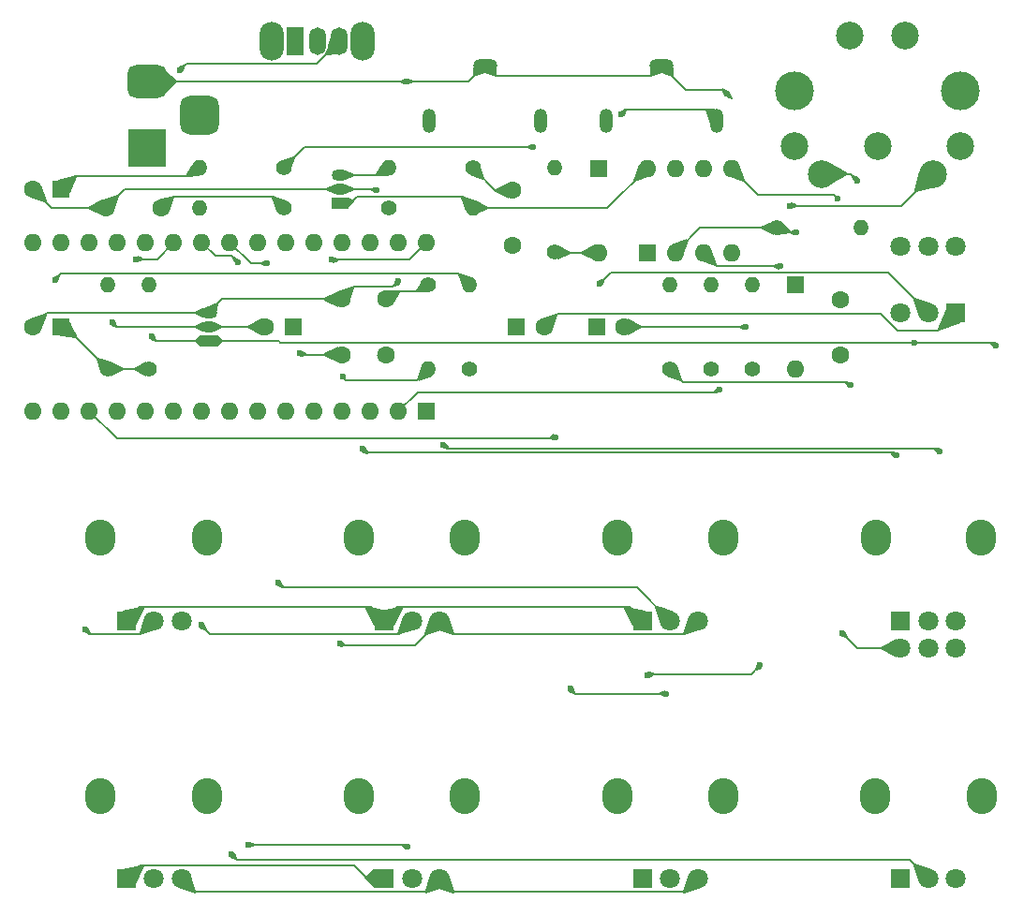
<source format=gbr>
%TF.GenerationSoftware,KiCad,Pcbnew,8.0.8*%
%TF.CreationDate,2025-02-08T23:29:31-05:00*%
%TF.ProjectId,stringy,73747269-6e67-4792-9e6b-696361645f70,rev?*%
%TF.SameCoordinates,Original*%
%TF.FileFunction,Copper,L2,Bot*%
%TF.FilePolarity,Positive*%
%FSLAX46Y46*%
G04 Gerber Fmt 4.6, Leading zero omitted, Abs format (unit mm)*
G04 Created by KiCad (PCBNEW 8.0.8) date 2025-02-08 23:29:31*
%MOMM*%
%LPD*%
G01*
G04 APERTURE LIST*
G04 Aperture macros list*
%AMRoundRect*
0 Rectangle with rounded corners*
0 $1 Rounding radius*
0 $2 $3 $4 $5 $6 $7 $8 $9 X,Y pos of 4 corners*
0 Add a 4 corners polygon primitive as box body*
4,1,4,$2,$3,$4,$5,$6,$7,$8,$9,$2,$3,0*
0 Add four circle primitives for the rounded corners*
1,1,$1+$1,$2,$3*
1,1,$1+$1,$4,$5*
1,1,$1+$1,$6,$7*
1,1,$1+$1,$8,$9*
0 Add four rect primitives between the rounded corners*
20,1,$1+$1,$2,$3,$4,$5,0*
20,1,$1+$1,$4,$5,$6,$7,0*
20,1,$1+$1,$6,$7,$8,$9,0*
20,1,$1+$1,$8,$9,$2,$3,0*%
G04 Aperture macros list end*
%TA.AperFunction,ComponentPad*%
%ADD10C,1.400000*%
%TD*%
%TA.AperFunction,ComponentPad*%
%ADD11O,1.400000X1.400000*%
%TD*%
%TA.AperFunction,ComponentPad*%
%ADD12O,2.720000X3.240000*%
%TD*%
%TA.AperFunction,ComponentPad*%
%ADD13R,1.800000X1.800000*%
%TD*%
%TA.AperFunction,ComponentPad*%
%ADD14C,1.800000*%
%TD*%
%TA.AperFunction,ComponentPad*%
%ADD15C,1.600000*%
%TD*%
%TA.AperFunction,ComponentPad*%
%ADD16R,1.600000X1.600000*%
%TD*%
%TA.AperFunction,ComponentPad*%
%ADD17O,1.600000X1.600000*%
%TD*%
%TA.AperFunction,ComponentPad*%
%ADD18R,1.500000X1.050000*%
%TD*%
%TA.AperFunction,ComponentPad*%
%ADD19O,1.500000X1.050000*%
%TD*%
%TA.AperFunction,ComponentPad*%
%ADD20O,1.200000X2.200000*%
%TD*%
%TA.AperFunction,ComponentPad*%
%ADD21O,2.200000X1.200000*%
%TD*%
%TA.AperFunction,ComponentPad*%
%ADD22C,3.500000*%
%TD*%
%TA.AperFunction,ComponentPad*%
%ADD23C,2.500000*%
%TD*%
%TA.AperFunction,ComponentPad*%
%ADD24R,3.500000X3.500000*%
%TD*%
%TA.AperFunction,ComponentPad*%
%ADD25RoundRect,0.750000X-1.000000X0.750000X-1.000000X-0.750000X1.000000X-0.750000X1.000000X0.750000X0*%
%TD*%
%TA.AperFunction,ComponentPad*%
%ADD26RoundRect,0.875000X-0.875000X0.875000X-0.875000X-0.875000X0.875000X-0.875000X0.875000X0.875000X0*%
%TD*%
%TA.AperFunction,ComponentPad*%
%ADD27O,2.200000X3.500000*%
%TD*%
%TA.AperFunction,ComponentPad*%
%ADD28R,1.500000X2.500000*%
%TD*%
%TA.AperFunction,ComponentPad*%
%ADD29O,1.500000X2.500000*%
%TD*%
%TA.AperFunction,ViaPad*%
%ADD30C,0.600000*%
%TD*%
%TA.AperFunction,Conductor*%
%ADD31C,0.200000*%
%TD*%
G04 APERTURE END LIST*
D10*
%TO.P,R11,1*%
%TO.N,Net-(C9-Pad1)*%
X65727387Y-60740832D03*
D11*
%TO.P,R11,2*%
%TO.N,LPG Out*%
X65727387Y-53120832D03*
%TD*%
D12*
%TO.P,RV4,*%
%TO.N,*%
X84693333Y-75983334D03*
X94293333Y-75983334D03*
D13*
%TO.P,RV4,1,1*%
%TO.N,+5V*%
X86993333Y-83483334D03*
D14*
%TO.P,RV4,2,2*%
%TO.N,Net-(A1-A1)*%
X89493333Y-83483334D03*
%TO.P,RV4,3,3*%
%TO.N,GND*%
X91993333Y-83483334D03*
%TD*%
D15*
%TO.P,C4,1*%
%TO.N,Net-(C4-Pad1)*%
X66835018Y-46155000D03*
%TO.P,C4,2*%
%TO.N,Net-(Q1-B)*%
X61835018Y-46155000D03*
%TD*%
D13*
%TO.P,SW1,1,A*%
%TO.N,Synth Out*%
X138660000Y-55650000D03*
D14*
%TO.P,SW1,2,B*%
%TO.N,Net-(C10-Pad1)*%
X136160000Y-55650000D03*
%TO.P,SW1,3,C*%
%TO.N,LPG Out*%
X133660000Y-55650000D03*
%TO.P,SW1,4,A*%
%TO.N,unconnected-(SW1-A-Pad4)*%
X138660000Y-49650000D03*
%TO.P,SW1,5,B*%
%TO.N,unconnected-(SW1-B-Pad5)*%
X136160000Y-49650000D03*
%TO.P,SW1,6,C*%
%TO.N,unconnected-(SW1-C-Pad6)*%
X133660000Y-49650000D03*
%TD*%
D10*
%TO.P,R8,1*%
%TO.N,GND*%
X94990751Y-42570000D03*
D11*
%TO.P,R8,2*%
%TO.N,Net-(Q1-E)*%
X87370751Y-42570000D03*
%TD*%
D16*
%TO.P,D2,1,K*%
%TO.N,Gate*%
X106327996Y-42600000D03*
D17*
%TO.P,D2,2,A*%
%TO.N,Net-(D2-A)*%
X106327996Y-50220000D03*
%TD*%
D12*
%TO.P,RV1,*%
%TO.N,*%
X108026666Y-75983334D03*
X117626666Y-75983334D03*
D13*
%TO.P,RV1,1,1*%
%TO.N,+5V*%
X110326666Y-83483334D03*
D14*
%TO.P,RV1,2,2*%
%TO.N,Net-(A1-A4)*%
X112826666Y-83483334D03*
%TO.P,RV1,3,3*%
%TO.N,GND*%
X115326666Y-83483334D03*
%TD*%
D12*
%TO.P,RV6,*%
%TO.N,*%
X131410000Y-75983334D03*
X140910000Y-75983334D03*
D13*
%TO.P,RV6,1,1*%
%TO.N,Net-(Q1-E)*%
X133660000Y-83483334D03*
D14*
%TO.P,RV6,2,2*%
%TO.N,Net-(C5-Pad1)*%
X136160000Y-83483334D03*
%TO.P,RV6,3,3*%
%TO.N,unconnected-(RV6-Pad3)*%
X138660000Y-83483334D03*
%TO.P,RV6,4,4*%
%TO.N,Net-(C5-Pad1)*%
X133660000Y-85983334D03*
%TO.P,RV6,5,5*%
%TO.N,Net-(C6-Pad1)*%
X136160000Y-85983334D03*
%TO.P,RV6,6,6*%
%TO.N,unconnected-(RV6-Pad6)*%
X138660000Y-85983334D03*
%TD*%
D12*
%TO.P,RV8,*%
%TO.N,*%
X108026666Y-99316668D03*
X117626666Y-99316668D03*
D13*
%TO.P,RV8,1,1*%
%TO.N,Net-(R13-Pad2)*%
X110326666Y-106816668D03*
D14*
%TO.P,RV8,2,2*%
%TO.N,Audio Out*%
X112826666Y-106816668D03*
%TO.P,RV8,3,3*%
%TO.N,GND*%
X115326666Y-106816668D03*
%TD*%
D10*
%TO.P,R7,1*%
%TO.N,Net-(C4-Pad1)*%
X77880262Y-46155000D03*
D11*
%TO.P,R7,2*%
%TO.N,Net-(R7-Pad2)*%
X70260262Y-46155000D03*
%TD*%
D18*
%TO.P,Q1,1,C*%
%TO.N,+5V*%
X82985506Y-45745001D03*
D19*
%TO.P,Q1,2,B*%
%TO.N,Net-(Q1-B)*%
X82985506Y-44475001D03*
%TO.P,Q1,3,E*%
%TO.N,Net-(Q1-E)*%
X82985506Y-43205001D03*
%TD*%
D10*
%TO.P,R10,1*%
%TO.N,Net-(C9-Pad1)*%
X62018580Y-60740832D03*
D11*
%TO.P,R10,2*%
%TO.N,Net-(Q2-B)*%
X62018580Y-53120832D03*
%TD*%
D10*
%TO.P,R12,1*%
%TO.N,Net-(R12-Pad1)*%
X112815963Y-60740832D03*
D11*
%TO.P,R12,2*%
%TO.N,+5V*%
X112815963Y-53120832D03*
%TD*%
D16*
%TO.P,C2,1*%
%TO.N,Net-(C1-Pad1)*%
X98958577Y-56930832D03*
D15*
%TO.P,C2,2*%
%TO.N,Synth Out*%
X101458577Y-56930832D03*
%TD*%
D10*
%TO.P,R1,1*%
%TO.N,+5V*%
X116524770Y-60740832D03*
D11*
%TO.P,R1,2*%
%TO.N,Net-(A1-D0{slash}RX)*%
X116524770Y-53120832D03*
%TD*%
D10*
%TO.P,R4,1*%
%TO.N,Net-(D2-A)*%
X102421996Y-50190000D03*
D11*
%TO.P,R4,2*%
%TO.N,Net-(A1-D10)*%
X102421996Y-42570000D03*
%TD*%
D12*
%TO.P,RV5,*%
%TO.N,*%
X61360000Y-75983334D03*
X70960000Y-75983334D03*
D13*
%TO.P,RV5,1,1*%
%TO.N,+5V*%
X63660000Y-83483334D03*
D14*
%TO.P,RV5,2,2*%
%TO.N,Net-(A1-A0)*%
X66160000Y-83483334D03*
%TO.P,RV5,3,3*%
%TO.N,GND*%
X68660000Y-83483334D03*
%TD*%
D16*
%TO.P,C8,1*%
%TO.N,Net-(C7-Pad1)*%
X78734999Y-56930832D03*
D15*
%TO.P,C8,2*%
%TO.N,Net-(Q2-B)*%
X76234999Y-56930832D03*
%TD*%
D16*
%TO.P,C3,1*%
%TO.N,Net-(C3-Pad1)*%
X57770000Y-44475000D03*
D15*
%TO.P,C3,2*%
%TO.N,Net-(Q1-B)*%
X55270000Y-44475000D03*
%TD*%
D16*
%TO.P,C10,1*%
%TO.N,Net-(C10-Pad1)*%
X106157157Y-56930832D03*
D15*
%TO.P,C10,2*%
%TO.N,Net-(C10-Pad2)*%
X108657157Y-56930832D03*
%TD*%
D10*
%TO.P,R5,1*%
%TO.N,Synth Out*%
X77880262Y-42570000D03*
D11*
%TO.P,R5,2*%
%TO.N,Net-(C3-Pad1)*%
X70260262Y-42570000D03*
%TD*%
D10*
%TO.P,R3,1*%
%TO.N,Net-(C1-Pad1)*%
X94709996Y-60740832D03*
D11*
%TO.P,R3,2*%
%TO.N,Net-(A1-D11)*%
X94709996Y-53120832D03*
%TD*%
D12*
%TO.P,RV3,*%
%TO.N,*%
X61360000Y-99316668D03*
X70960000Y-99316668D03*
D13*
%TO.P,RV3,1,1*%
%TO.N,+5V*%
X63660000Y-106816668D03*
D14*
%TO.P,RV3,2,2*%
%TO.N,Net-(A1-A2)*%
X66160000Y-106816668D03*
%TO.P,RV3,3,3*%
%TO.N,GND*%
X68660000Y-106816668D03*
%TD*%
D15*
%TO.P,C1,1*%
%TO.N,Net-(C1-Pad1)*%
X98565996Y-49590000D03*
%TO.P,C1,2*%
%TO.N,GND*%
X98565996Y-44590000D03*
%TD*%
D16*
%TO.P,D1,1,K*%
%TO.N,Net-(D1-K)*%
X124142383Y-53160000D03*
D17*
%TO.P,D1,2,A*%
%TO.N,Net-(D1-A)*%
X124142383Y-60780000D03*
%TD*%
D15*
%TO.P,C6,1*%
%TO.N,Net-(C6-Pad1)*%
X87142383Y-54430832D03*
%TO.P,C6,2*%
%TO.N,GND*%
X87142383Y-59430832D03*
%TD*%
D12*
%TO.P,RV7,*%
%TO.N,*%
X131360000Y-99316668D03*
X140960000Y-99316668D03*
D13*
%TO.P,RV7,1,1*%
%TO.N,Net-(R12-Pad1)*%
X133660000Y-106816668D03*
D14*
%TO.P,RV7,2,2*%
%TO.N,Net-(R7-Pad2)*%
X136160000Y-106816668D03*
%TO.P,RV7,3,3*%
%TO.N,LPG Out*%
X138660000Y-106816668D03*
%TD*%
D12*
%TO.P,RV2,*%
%TO.N,*%
X84693333Y-99316668D03*
X94293333Y-99316668D03*
D13*
%TO.P,RV2,1,1*%
%TO.N,+5V*%
X86993333Y-106816668D03*
D14*
%TO.P,RV2,2,2*%
%TO.N,Net-(A1-A3)*%
X89493333Y-106816668D03*
%TO.P,RV2,3,3*%
%TO.N,GND*%
X91993333Y-106816668D03*
%TD*%
D18*
%TO.P,Q2,1,C*%
%TO.N,LPG Out*%
X71116193Y-58200833D03*
D19*
%TO.P,Q2,2,B*%
%TO.N,Net-(Q2-B)*%
X71116193Y-56930833D03*
%TO.P,Q2,3,E*%
%TO.N,GND*%
X71116193Y-55660833D03*
%TD*%
D10*
%TO.P,R13,1*%
%TO.N,Net-(C10-Pad2)*%
X120233577Y-60740832D03*
D11*
%TO.P,R13,2*%
%TO.N,Net-(R13-Pad2)*%
X120233577Y-53120832D03*
%TD*%
D16*
%TO.P,C9,1*%
%TO.N,Net-(C9-Pad1)*%
X57770000Y-56930832D03*
D15*
%TO.P,C9,2*%
%TO.N,GND*%
X55270000Y-56930832D03*
%TD*%
%TO.P,C7,1*%
%TO.N,Net-(C7-Pad1)*%
X83133578Y-59430832D03*
%TO.P,C7,2*%
%TO.N,GND*%
X83133578Y-54430832D03*
%TD*%
%TO.P,C5,1*%
%TO.N,Net-(C5-Pad1)*%
X128201188Y-59500000D03*
%TO.P,C5,2*%
%TO.N,GND*%
X128201188Y-54500000D03*
%TD*%
D10*
%TO.P,R9,1*%
%TO.N,Net-(C6-Pad1)*%
X91001189Y-53120832D03*
D11*
%TO.P,R9,2*%
%TO.N,Net-(C7-Pad1)*%
X91001189Y-60740832D03*
%TD*%
D10*
%TO.P,R6,1*%
%TO.N,Net-(Q1-B)*%
X87370751Y-46155000D03*
D11*
%TO.P,R6,2*%
%TO.N,+5V*%
X94990751Y-46155000D03*
%TD*%
D16*
%TO.P,U1,1,NC*%
%TO.N,unconnected-(U1-NC-Pad1)*%
X110733996Y-50210000D03*
D17*
%TO.P,U1,2,C1*%
%TO.N,Net-(D1-K)*%
X113273996Y-50210000D03*
%TO.P,U1,3,C2*%
%TO.N,Net-(D1-A)*%
X115813996Y-50210000D03*
%TO.P,U1,4,NC*%
%TO.N,unconnected-(U1-NC-Pad4)*%
X118353996Y-50210000D03*
%TO.P,U1,5,GND*%
%TO.N,GND*%
X118353996Y-42590000D03*
%TO.P,U1,6,VO2*%
%TO.N,Net-(A1-D0{slash}RX)*%
X115813996Y-42590000D03*
%TO.P,U1,7,VO1*%
%TO.N,unconnected-(U1-VO1-Pad7)*%
X113273996Y-42590000D03*
%TO.P,U1,8,VCC*%
%TO.N,+5V*%
X110733996Y-42590000D03*
%TD*%
D10*
%TO.P,R2,1*%
%TO.N,Net-(D1-K)*%
X122440000Y-47970000D03*
D11*
%TO.P,R2,2*%
%TO.N,Net-(J1-Pad5)*%
X130060000Y-47970000D03*
%TD*%
D16*
%TO.P,A1,1,D1/TX*%
%TO.N,unconnected-(A1-D1{slash}TX-Pad1)*%
X90830000Y-64540832D03*
D17*
%TO.P,A1,2,D0/RX*%
%TO.N,Net-(A1-D0{slash}RX)*%
X88290000Y-64540832D03*
%TO.P,A1,3,~{RESET}*%
%TO.N,unconnected-(A1-~{RESET}-Pad3)*%
X85750000Y-64540832D03*
%TO.P,A1,4,GND*%
%TO.N,GND*%
X83210000Y-64540832D03*
%TO.P,A1,5,D2*%
%TO.N,unconnected-(A1-D2-Pad5)*%
X80670000Y-64540832D03*
%TO.P,A1,6,D3*%
%TO.N,unconnected-(A1-D3-Pad6)*%
X78130000Y-64540832D03*
%TO.P,A1,7,D4*%
%TO.N,unconnected-(A1-D4-Pad7)*%
X75590000Y-64540832D03*
%TO.P,A1,8,D5*%
%TO.N,unconnected-(A1-D5-Pad8)*%
X73050000Y-64540832D03*
%TO.P,A1,9,D6*%
%TO.N,unconnected-(A1-D6-Pad9)*%
X70510000Y-64540832D03*
%TO.P,A1,10,D7*%
%TO.N,unconnected-(A1-D7-Pad10)*%
X67970000Y-64540832D03*
%TO.P,A1,11,D8*%
%TO.N,unconnected-(A1-D8-Pad11)*%
X65430000Y-64540832D03*
%TO.P,A1,12,D9*%
%TO.N,unconnected-(A1-D9-Pad12)*%
X62890000Y-64540832D03*
%TO.P,A1,13,D10*%
%TO.N,Net-(A1-D10)*%
X60350000Y-64540832D03*
%TO.P,A1,14,D11*%
%TO.N,Net-(A1-D11)*%
X57810000Y-64540832D03*
%TO.P,A1,15,D12*%
%TO.N,unconnected-(A1-D12-Pad15)*%
X55270000Y-64540832D03*
%TO.P,A1,16,D13*%
%TO.N,unconnected-(A1-D13-Pad16)*%
X55270000Y-49300832D03*
%TO.P,A1,17,3V3*%
%TO.N,unconnected-(A1-3V3-Pad17)*%
X57810000Y-49300832D03*
%TO.P,A1,18,AREF*%
%TO.N,unconnected-(A1-AREF-Pad18)*%
X60350000Y-49300832D03*
%TO.P,A1,19,A0*%
%TO.N,Net-(A1-A0)*%
X62890000Y-49300832D03*
%TO.P,A1,20,A1*%
%TO.N,Net-(A1-A1)*%
X65430000Y-49300832D03*
%TO.P,A1,21,A2*%
%TO.N,Net-(A1-A2)*%
X67970000Y-49300832D03*
%TO.P,A1,22,A3*%
%TO.N,Net-(A1-A3)*%
X70510000Y-49300832D03*
%TO.P,A1,23,A4*%
%TO.N,Net-(A1-A4)*%
X73050000Y-49300832D03*
%TO.P,A1,24,A5*%
%TO.N,unconnected-(A1-A5-Pad24)*%
X75590000Y-49300832D03*
%TO.P,A1,25,A6*%
%TO.N,unconnected-(A1-A6-Pad25)*%
X78130000Y-49300832D03*
%TO.P,A1,26,A7*%
%TO.N,unconnected-(A1-A7-Pad26)*%
X80670000Y-49300832D03*
%TO.P,A1,27,+5V*%
%TO.N,+5V*%
X83210000Y-49300832D03*
%TO.P,A1,28,~{RESET}*%
%TO.N,unconnected-(A1-~{RESET}-Pad28)*%
X85750000Y-49300832D03*
%TO.P,A1,29,GND*%
%TO.N,GND*%
X88290000Y-49300832D03*
%TO.P,A1,30,VIN*%
%TO.N,Net-(A1-VIN)*%
X90830000Y-49300832D03*
%TD*%
D20*
%TO.P,J4,R*%
%TO.N,N/C*%
X107070000Y-38270000D03*
D21*
%TO.P,J4,S*%
%TO.N,GND*%
X112070000Y-33270000D03*
D20*
%TO.P,J4,T*%
%TO.N,Gate*%
X117070000Y-38270000D03*
%TD*%
D22*
%TO.P,J1,*%
%TO.N,*%
X139057500Y-35605000D03*
X124057500Y-35605000D03*
D23*
%TO.P,J1,1*%
%TO.N,unconnected-(J1-Pad1)*%
X139057500Y-40605000D03*
%TO.P,J1,2*%
%TO.N,unconnected-(J1-Pad2)*%
X131557500Y-40605000D03*
%TO.P,J1,3*%
%TO.N,unconnected-(J1-Pad3)*%
X124057500Y-40605000D03*
%TO.P,J1,4*%
%TO.N,Net-(D1-A)*%
X136557500Y-43105000D03*
%TO.P,J1,5*%
%TO.N,Net-(J1-Pad5)*%
X126557500Y-43105000D03*
%TO.P,J1,G*%
%TO.N,N/C*%
X134057500Y-30605000D03*
X129057500Y-30605000D03*
%TD*%
D24*
%TO.P,J2,1*%
%TO.N,Net-(SW2-C)*%
X65562500Y-40770000D03*
D25*
%TO.P,J2,2*%
%TO.N,GND*%
X65562500Y-34770000D03*
D26*
%TO.P,J2,3*%
%TO.N,unconnected-(J2-Pad3)*%
X70262500Y-37770000D03*
%TD*%
D20*
%TO.P,J3,R*%
%TO.N,N/C*%
X91082500Y-38270000D03*
D21*
%TO.P,J3,S*%
%TO.N,GND*%
X96082500Y-33270000D03*
D20*
%TO.P,J3,T*%
%TO.N,Audio Out*%
X101082500Y-38270000D03*
%TD*%
D27*
%TO.P,SW2,*%
%TO.N,*%
X76830000Y-31070000D03*
X85030000Y-31070000D03*
D28*
%TO.P,SW2,1,A*%
%TO.N,unconnected-(SW2-A-Pad1)*%
X78930000Y-31070000D03*
D29*
%TO.P,SW2,2,B*%
%TO.N,Net-(A1-VIN)*%
X80930000Y-31070000D03*
%TO.P,SW2,3,C*%
%TO.N,Net-(SW2-C)*%
X82930000Y-31070000D03*
%TD*%
D30*
%TO.N,Net-(A1-D0{slash}RX)*%
X117300000Y-62590000D03*
%TO.N,Net-(A1-D11)*%
X57230000Y-52700000D03*
%TO.N,GND*%
X89030000Y-34770000D03*
X88290000Y-52800000D03*
X117948996Y-35861004D03*
X82980000Y-85590000D03*
X127930000Y-45350000D03*
%TO.N,Net-(A1-A1)*%
X70450000Y-83890000D03*
%TO.N,Net-(A1-A3)*%
X73780000Y-51080000D03*
X89100000Y-103930000D03*
X74720000Y-103740000D03*
%TO.N,Net-(A1-A4)*%
X77390000Y-80050000D03*
X76430000Y-51190000D03*
%TO.N,Net-(A1-A2)*%
X64560000Y-50800000D03*
%TO.N,Net-(A1-VIN)*%
X82210000Y-50860000D03*
%TO.N,Net-(A1-D10)*%
X102440000Y-66890000D03*
%TO.N,Net-(A1-A0)*%
X59985000Y-84255000D03*
%TO.N,Synth Out*%
X100480000Y-40660000D03*
%TO.N,Net-(Q1-B)*%
X86310000Y-44555000D03*
%TO.N,Net-(C5-Pad1)*%
X128370000Y-84590000D03*
%TO.N,Net-(C6-Pad1)*%
X137160000Y-68170000D03*
X92340000Y-67630000D03*
%TO.N,Net-(C7-Pad1)*%
X83230000Y-61460000D03*
X79360000Y-59320000D03*
%TO.N,Net-(Q2-B)*%
X62410000Y-56520000D03*
%TO.N,Net-(C10-Pad2)*%
X119670000Y-56930832D03*
%TO.N,Net-(D1-A)*%
X123650000Y-45970000D03*
X122780000Y-51460000D03*
%TO.N,Net-(D1-K)*%
X124250000Y-48380000D03*
%TO.N,Gate*%
X108435000Y-37735000D03*
%TO.N,Net-(J1-Pad5)*%
X129750000Y-43700000D03*
%TO.N,Net-(Q1-E)*%
X85050000Y-67960000D03*
X133300000Y-68570000D03*
%TO.N,LPG Out*%
X65995000Y-57805000D03*
X134870000Y-58350000D03*
X142280000Y-58610000D03*
%TO.N,Net-(R7-Pad2)*%
X73220000Y-104630000D03*
%TO.N,Net-(R12-Pad1)*%
X129130000Y-62200000D03*
%TO.N,Net-(R13-Pad2)*%
X120970000Y-87530000D03*
X110810000Y-88410000D03*
%TO.N,Audio Out*%
X112490000Y-90090000D03*
X103790000Y-89640000D03*
%TO.N,Net-(SW2-C)*%
X68550000Y-33690000D03*
%TO.N,Net-(C10-Pad1)*%
X106490000Y-53000000D03*
%TD*%
D31*
%TO.N,Net-(A1-D0{slash}RX)*%
X117300000Y-62590000D02*
X117070000Y-62820000D01*
X90010832Y-62820000D02*
X88290000Y-64540832D01*
X117070000Y-62820000D02*
X90010832Y-62820000D01*
%TO.N,Net-(A1-D11)*%
X57230000Y-52700000D02*
X57809168Y-52120832D01*
X93709996Y-52120832D02*
X94709996Y-53120832D01*
X57809168Y-52120832D02*
X93709996Y-52120832D01*
%TO.N,GND*%
X97010751Y-44590000D02*
X94990751Y-42570000D01*
X90793333Y-108016668D02*
X69860000Y-108016668D01*
X127930000Y-45350000D02*
X127610000Y-45030000D01*
X114270000Y-35470000D02*
X112070000Y-33270000D01*
X117557992Y-35470000D02*
X114270000Y-35470000D01*
X82980000Y-85590000D02*
X83100000Y-85710000D01*
X89766667Y-85710000D02*
X91993333Y-83483334D01*
X83100000Y-85710000D02*
X89766667Y-85710000D01*
X118353996Y-36266004D02*
X117948996Y-35861004D01*
X72346194Y-54430832D02*
X71116193Y-55660833D01*
X94582500Y-34770000D02*
X89030000Y-34770000D01*
X118353996Y-36313996D02*
X118353996Y-36266004D01*
X115326666Y-83483334D02*
X114126666Y-84683334D01*
X69860000Y-108016668D02*
X68660000Y-106816668D01*
X117948996Y-35861004D02*
X117557992Y-35470000D01*
X89030000Y-34770000D02*
X65562500Y-34770000D01*
X56539999Y-55660833D02*
X55270000Y-56930832D01*
X114126666Y-84683334D02*
X93193333Y-84683334D01*
X86364121Y-59430832D02*
X87142383Y-59430832D01*
X87759168Y-53330832D02*
X84233578Y-53330832D01*
X83133578Y-54430832D02*
X72346194Y-54430832D01*
X96082500Y-33270000D02*
X94582500Y-34770000D01*
X98565996Y-44590000D02*
X97010751Y-44590000D01*
X120793996Y-45030000D02*
X118353996Y-42590000D01*
X93193333Y-108016668D02*
X114126666Y-108016668D01*
X88290000Y-52800000D02*
X87759168Y-53330832D01*
X111120000Y-34220000D02*
X97032500Y-34220000D01*
X112070000Y-33270000D02*
X111120000Y-34220000D01*
X93193333Y-84683334D02*
X91993333Y-83483334D01*
X84233578Y-53330832D02*
X83133578Y-54430832D01*
X114126666Y-108016668D02*
X115326666Y-106816668D01*
X71116193Y-55660833D02*
X56539999Y-55660833D01*
X91993333Y-106816668D02*
X93193333Y-108016668D01*
X127610000Y-45030000D02*
X120793996Y-45030000D01*
X91993333Y-106816668D02*
X90793333Y-108016668D01*
X97032500Y-34220000D02*
X96082500Y-33270000D01*
%TO.N,Net-(A1-A1)*%
X71243334Y-84683334D02*
X70450000Y-83890000D01*
X89493333Y-83483334D02*
X88293333Y-84683334D01*
X88293333Y-84683334D02*
X71243334Y-84683334D01*
%TO.N,Net-(A1-A3)*%
X88910000Y-103740000D02*
X74720000Y-103740000D01*
X73780000Y-51080000D02*
X73210000Y-50510000D01*
X71719168Y-50510000D02*
X70510000Y-49300832D01*
X89100000Y-103930000D02*
X88910000Y-103740000D01*
X73210000Y-50510000D02*
X71719168Y-50510000D01*
%TO.N,Net-(A1-A4)*%
X76430000Y-51190000D02*
X74939168Y-51190000D01*
X109833332Y-80490000D02*
X112826666Y-83483334D01*
X77830000Y-80490000D02*
X109833332Y-80490000D01*
X74939168Y-51190000D02*
X73050000Y-49300832D01*
X77390000Y-80050000D02*
X77830000Y-80490000D01*
%TO.N,Net-(A1-A2)*%
X64560000Y-50800000D02*
X66470832Y-50800000D01*
X66470832Y-50800000D02*
X67970000Y-49300832D01*
%TO.N,Net-(A1-VIN)*%
X82210000Y-50860000D02*
X89270832Y-50860000D01*
X89270832Y-50860000D02*
X90830000Y-49300832D01*
%TO.N,+5V*%
X93990751Y-45155000D02*
X84525507Y-45155000D01*
X83935506Y-45745001D02*
X82985506Y-45745001D01*
X86993333Y-83483334D02*
X85793333Y-82283334D01*
X94990751Y-46155000D02*
X93990751Y-45155000D01*
X94990751Y-46155000D02*
X107168996Y-46155000D01*
X88196667Y-82280000D02*
X86993333Y-83483334D01*
X107168996Y-46155000D02*
X110733996Y-42590000D01*
X110326666Y-83483334D02*
X109123332Y-82280000D01*
X64860000Y-82283334D02*
X63660000Y-83483334D01*
X85466668Y-106816668D02*
X86993333Y-106816668D01*
X84525507Y-45155000D02*
X83935506Y-45745001D01*
X109123332Y-82280000D02*
X88196667Y-82280000D01*
X85793333Y-82283334D02*
X64860000Y-82283334D01*
X84266668Y-105616668D02*
X85466668Y-106816668D01*
X64860000Y-105616668D02*
X84266668Y-105616668D01*
X63660000Y-106816668D02*
X64860000Y-105616668D01*
%TO.N,Net-(A1-D10)*%
X102330000Y-67000000D02*
X62809168Y-67000000D01*
X102440000Y-66890000D02*
X102330000Y-67000000D01*
X62809168Y-67000000D02*
X60350000Y-64540832D01*
%TO.N,Net-(A1-A0)*%
X60440000Y-84710000D02*
X64933334Y-84710000D01*
X59985000Y-84255000D02*
X60440000Y-84710000D01*
X64933334Y-84710000D02*
X66160000Y-83483334D01*
%TO.N,Synth Out*%
X79790262Y-40660000D02*
X100480000Y-40660000D01*
X133402943Y-57290000D02*
X131862943Y-55750000D01*
X131862943Y-55750000D02*
X102639409Y-55750000D01*
X137020000Y-57290000D02*
X133402943Y-57290000D01*
X77880262Y-42570000D02*
X79790262Y-40660000D01*
X138660000Y-55650000D02*
X137020000Y-57290000D01*
X102639409Y-55750000D02*
X101458577Y-56930832D01*
%TO.N,Net-(C3-Pad1)*%
X70260262Y-42570000D02*
X69560262Y-43270000D01*
X58975000Y-43270000D02*
X57770000Y-44475000D01*
X69560262Y-43270000D02*
X58975000Y-43270000D01*
%TO.N,Net-(Q1-B)*%
X56950000Y-46155000D02*
X55270000Y-44475000D01*
X63515017Y-44475001D02*
X61835018Y-46155000D01*
X82985506Y-44475001D02*
X63515017Y-44475001D01*
X86230001Y-44475001D02*
X82985506Y-44475001D01*
X61835018Y-46155000D02*
X56950000Y-46155000D01*
X86310000Y-44555000D02*
X86230001Y-44475001D01*
%TO.N,Net-(C4-Pad1)*%
X76880262Y-45155000D02*
X77880262Y-46155000D01*
X67835018Y-45155000D02*
X76880262Y-45155000D01*
X66835018Y-46155000D02*
X67835018Y-45155000D01*
%TO.N,Net-(C5-Pad1)*%
X129763334Y-85983334D02*
X133660000Y-85983334D01*
X128370000Y-84590000D02*
X129763334Y-85983334D01*
%TO.N,Net-(C6-Pad1)*%
X92620000Y-67910000D02*
X92340000Y-67630000D01*
X87142383Y-54430832D02*
X87842383Y-53730832D01*
X136900000Y-67910000D02*
X92620000Y-67910000D01*
X87842383Y-53730832D02*
X90391189Y-53730832D01*
X90391189Y-53730832D02*
X91001189Y-53120832D01*
X137160000Y-68170000D02*
X136900000Y-67910000D01*
%TO.N,Net-(C7-Pad1)*%
X83550000Y-61780000D02*
X89962021Y-61780000D01*
X83133578Y-59430832D02*
X79470832Y-59430832D01*
X89962021Y-61780000D02*
X90792021Y-60950000D01*
X83230000Y-61460000D02*
X83550000Y-61780000D01*
X79470832Y-59430832D02*
X79360000Y-59320000D01*
%TO.N,Net-(Q2-B)*%
X62820833Y-56930833D02*
X71116193Y-56930833D01*
X62410000Y-56520000D02*
X62820833Y-56930833D01*
X71116193Y-56930833D02*
X76234998Y-56930833D01*
%TO.N,Net-(C9-Pad1)*%
X62018580Y-60740832D02*
X58208580Y-56930832D01*
X65727387Y-60740832D02*
X62018580Y-60740832D01*
%TO.N,Net-(C10-Pad2)*%
X119670000Y-56930832D02*
X108657157Y-56930832D01*
%TO.N,Net-(D1-A)*%
X136557500Y-43105000D02*
X133692500Y-45970000D01*
X133692500Y-45970000D02*
X123650000Y-45970000D01*
X117063996Y-51460000D02*
X115813996Y-50210000D01*
X122780000Y-51460000D02*
X117063996Y-51460000D01*
%TO.N,Net-(D1-K)*%
X115513996Y-47970000D02*
X113273996Y-50210000D01*
X124250000Y-48380000D02*
X122850000Y-48380000D01*
X122440000Y-47970000D02*
X115513996Y-47970000D01*
%TO.N,Gate*%
X116100000Y-37300000D02*
X117070000Y-38270000D01*
X108435000Y-37735000D02*
X108870000Y-37300000D01*
X108870000Y-37300000D02*
X116100000Y-37300000D01*
%TO.N,Net-(D2-A)*%
X106327996Y-50220000D02*
X102451996Y-50220000D01*
%TO.N,Net-(J1-Pad5)*%
X129750000Y-43700000D02*
X129155000Y-43105000D01*
X129155000Y-43105000D02*
X126557500Y-43105000D01*
%TO.N,Net-(Q1-E)*%
X85090000Y-43205001D02*
X86735750Y-43205001D01*
X82985506Y-43205001D02*
X85090000Y-43205001D01*
X133300000Y-68570000D02*
X133040000Y-68310000D01*
X133040000Y-68310000D02*
X85400000Y-68310000D01*
X85400000Y-68310000D02*
X85050000Y-67960000D01*
X86735750Y-43205001D02*
X87370751Y-42570000D01*
%TO.N,LPG Out*%
X134870000Y-58350000D02*
X134850000Y-58330000D01*
X77594165Y-58330000D02*
X77464998Y-58200833D01*
X77464998Y-58200833D02*
X71116193Y-58200833D01*
X134850000Y-58330000D02*
X77594165Y-58330000D01*
X66390833Y-58200833D02*
X71116193Y-58200833D01*
X65995000Y-57805000D02*
X66390833Y-58200833D01*
X142020000Y-58350000D02*
X142280000Y-58610000D01*
X134870000Y-58350000D02*
X142020000Y-58350000D01*
%TO.N,Net-(R7-Pad2)*%
X73220000Y-104630000D02*
X73700000Y-105110000D01*
X73700000Y-105110000D02*
X134453332Y-105110000D01*
X134453332Y-105110000D02*
X136160000Y-106816668D01*
%TO.N,Net-(R12-Pad1)*%
X113975131Y-61900000D02*
X112815963Y-60740832D01*
X129130000Y-62200000D02*
X128830000Y-61900000D01*
X128830000Y-61900000D02*
X113975131Y-61900000D01*
%TO.N,Net-(R13-Pad2)*%
X120970000Y-87530000D02*
X120190000Y-88310000D01*
X120190000Y-88310000D02*
X110910000Y-88310000D01*
X110910000Y-88310000D02*
X110810000Y-88410000D01*
%TO.N,Audio Out*%
X112490000Y-90090000D02*
X104240000Y-90090000D01*
X104240000Y-90090000D02*
X103790000Y-89640000D01*
%TO.N,Net-(SW2-C)*%
X82930000Y-31070000D02*
X80870000Y-33130000D01*
X80870000Y-33130000D02*
X69110000Y-33130000D01*
X69110000Y-33130000D02*
X68550000Y-33690000D01*
%TO.N,Net-(C10-Pad1)*%
X107430000Y-52060000D02*
X106490000Y-53000000D01*
X132570000Y-52060000D02*
X107430000Y-52060000D01*
X136160000Y-55650000D02*
X132570000Y-52060000D01*
%TD*%
%TA.AperFunction,Conductor*%
%TO.N,Net-(D1-K)*%
G36*
X124133641Y-48107050D02*
G01*
X124139503Y-48113148D01*
X124249115Y-48375489D01*
X124249142Y-48384444D01*
X124249115Y-48384511D01*
X124139503Y-48646851D01*
X124133151Y-48653163D01*
X124124694Y-48653329D01*
X123990947Y-48604493D01*
X123657687Y-48482806D01*
X123651091Y-48476750D01*
X123650000Y-48471816D01*
X123650000Y-48288183D01*
X123653427Y-48279910D01*
X123657687Y-48277193D01*
X124124697Y-48106669D01*
X124133641Y-48107050D01*
G37*
%TD.AperFunction*%
%TD*%
%TA.AperFunction,Conductor*%
%TO.N,Net-(A1-A1)*%
G36*
X70725779Y-83779467D02*
G01*
X70731877Y-83785329D01*
X70941523Y-84236132D01*
X70941904Y-84245079D01*
X70939187Y-84249339D01*
X70809339Y-84379187D01*
X70801066Y-84382614D01*
X70796132Y-84381523D01*
X70502736Y-84245079D01*
X70345328Y-84171876D01*
X70339273Y-84165281D01*
X70339439Y-84156825D01*
X70447436Y-83893814D01*
X70453746Y-83887464D01*
X70716825Y-83779440D01*
X70725779Y-83779467D01*
G37*
%TD.AperFunction*%
%TD*%
%TA.AperFunction,Conductor*%
%TO.N,Net-(A1-A4)*%
G36*
X76313641Y-50917050D02*
G01*
X76319503Y-50923148D01*
X76429115Y-51185489D01*
X76429142Y-51194444D01*
X76429115Y-51194511D01*
X76319503Y-51456851D01*
X76313151Y-51463163D01*
X76304694Y-51463329D01*
X76170947Y-51414493D01*
X75837687Y-51292806D01*
X75831091Y-51286750D01*
X75830000Y-51281816D01*
X75830000Y-51098183D01*
X75833427Y-51089910D01*
X75837687Y-51087193D01*
X76304697Y-50916669D01*
X76313641Y-50917050D01*
G37*
%TD.AperFunction*%
%TD*%
%TA.AperFunction,Conductor*%
%TO.N,GND*%
G36*
X119090513Y-42288628D02*
G01*
X119096838Y-42294967D01*
X119097105Y-42295678D01*
X119553744Y-43643773D01*
X119553152Y-43652709D01*
X119550935Y-43655800D01*
X119419796Y-43786939D01*
X119411523Y-43790366D01*
X119407769Y-43789748D01*
X118059674Y-43333109D01*
X118052938Y-43327209D01*
X118052346Y-43318273D01*
X118052600Y-43317595D01*
X118351434Y-42593785D01*
X118357758Y-42587448D01*
X118357760Y-42587446D01*
X119081561Y-42288617D01*
X119090513Y-42288628D01*
G37*
%TD.AperFunction*%
%TD*%
%TA.AperFunction,Conductor*%
%TO.N,Net-(Q1-E)*%
G36*
X132820803Y-68211597D02*
G01*
X133289750Y-68268750D01*
X133297547Y-68273153D01*
X133300034Y-68280325D01*
X133300983Y-68565114D01*
X133297584Y-68573399D01*
X133297537Y-68573446D01*
X133097388Y-68772655D01*
X133089106Y-68776062D01*
X133080841Y-68772616D01*
X133079787Y-68771399D01*
X132810048Y-68413125D01*
X132807695Y-68406088D01*
X132807695Y-68223212D01*
X132811122Y-68214939D01*
X132819395Y-68211512D01*
X132820803Y-68211597D01*
G37*
%TD.AperFunction*%
%TD*%
%TA.AperFunction,Conductor*%
%TO.N,Net-(A1-A3)*%
G36*
X73433864Y-50588475D02*
G01*
X73884671Y-50798123D01*
X73890726Y-50804718D01*
X73890559Y-50813175D01*
X73782563Y-51076184D01*
X73776251Y-51082536D01*
X73776184Y-51082563D01*
X73513175Y-51190559D01*
X73504220Y-51190532D01*
X73498123Y-51184671D01*
X73288475Y-50733865D01*
X73288095Y-50724920D01*
X73290810Y-50720662D01*
X73420661Y-50590811D01*
X73428933Y-50587385D01*
X73433864Y-50588475D01*
G37*
%TD.AperFunction*%
%TD*%
%TA.AperFunction,Conductor*%
%TO.N,Net-(SW2-C)*%
G36*
X82191121Y-30763930D02*
G01*
X82922361Y-31065847D01*
X82928699Y-31072170D01*
X82929488Y-31078239D01*
X82764718Y-32287905D01*
X82760206Y-32295640D01*
X82754094Y-32297986D01*
X81766344Y-32380032D01*
X81757815Y-32377302D01*
X81757102Y-32376645D01*
X81624864Y-32244407D01*
X81621437Y-32236134D01*
X81622193Y-32231996D01*
X81627391Y-32218273D01*
X81630052Y-32214157D01*
X81668302Y-32175908D01*
X81772322Y-32020231D01*
X81843973Y-31847251D01*
X81880500Y-31663616D01*
X81880500Y-31552185D01*
X81881259Y-31548041D01*
X82175732Y-30770605D01*
X82181866Y-30764084D01*
X82190816Y-30763810D01*
X82191121Y-30763930D01*
G37*
%TD.AperFunction*%
%TD*%
%TA.AperFunction,Conductor*%
%TO.N,Net-(D2-A)*%
G36*
X106026326Y-49491733D02*
G01*
X106026640Y-49492425D01*
X106327130Y-50215510D01*
X106327140Y-50224463D01*
X106327131Y-50224485D01*
X106327130Y-50224490D01*
X106026640Y-50947574D01*
X106020301Y-50953899D01*
X106011346Y-50953888D01*
X106010654Y-50953574D01*
X104734514Y-50323219D01*
X104728614Y-50316483D01*
X104727996Y-50312729D01*
X104727996Y-50127270D01*
X104731423Y-50118997D01*
X104734512Y-50116781D01*
X106010655Y-49486424D01*
X106019590Y-49485833D01*
X106026326Y-49491733D01*
G37*
%TD.AperFunction*%
%TD*%
%TA.AperFunction,Conductor*%
%TO.N,Net-(C7-Pad1)*%
G36*
X82831908Y-58702565D02*
G01*
X82832222Y-58703257D01*
X83132712Y-59426342D01*
X83132722Y-59435295D01*
X83132713Y-59435317D01*
X83132712Y-59435322D01*
X82832222Y-60158406D01*
X82825883Y-60164731D01*
X82816928Y-60164720D01*
X82816236Y-60164406D01*
X81540096Y-59534051D01*
X81534196Y-59527315D01*
X81533578Y-59523561D01*
X81533578Y-59338102D01*
X81537005Y-59329829D01*
X81540094Y-59327613D01*
X82816237Y-58697256D01*
X82825172Y-58696665D01*
X82831908Y-58702565D01*
G37*
%TD.AperFunction*%
%TD*%
%TA.AperFunction,Conductor*%
%TO.N,Synth Out*%
G36*
X78801508Y-41512269D02*
G01*
X78804693Y-41514532D01*
X78935729Y-41645568D01*
X78939156Y-41653841D01*
X78938504Y-41657693D01*
X78531051Y-42826195D01*
X78525091Y-42832879D01*
X78516151Y-42833391D01*
X78515540Y-42833158D01*
X77884051Y-42572562D01*
X77877711Y-42566239D01*
X77877699Y-42566210D01*
X77617103Y-41934719D01*
X77617115Y-41925766D01*
X77623455Y-41919443D01*
X77624049Y-41919216D01*
X78792569Y-41511757D01*
X78801508Y-41512269D01*
G37*
%TD.AperFunction*%
%TD*%
%TA.AperFunction,Conductor*%
%TO.N,+5V*%
G36*
X110006410Y-42288608D02*
G01*
X110730208Y-42587437D01*
X110736547Y-42593762D01*
X110736558Y-42593787D01*
X111035378Y-43317562D01*
X111035367Y-43326517D01*
X111029028Y-43332842D01*
X111028317Y-43333109D01*
X109680222Y-43789748D01*
X109671286Y-43789156D01*
X109668195Y-43786939D01*
X109537056Y-43655800D01*
X109533629Y-43647527D01*
X109534247Y-43643773D01*
X109639478Y-43333109D01*
X109990886Y-42295677D01*
X109996786Y-42288942D01*
X110005722Y-42288350D01*
X110006410Y-42288608D01*
G37*
%TD.AperFunction*%
%TD*%
%TA.AperFunction,Conductor*%
%TO.N,Net-(C5-Pad1)*%
G36*
X128645779Y-84479467D02*
G01*
X128651877Y-84485329D01*
X128861523Y-84936132D01*
X128861904Y-84945079D01*
X128859187Y-84949339D01*
X128729339Y-85079187D01*
X128721066Y-85082614D01*
X128716132Y-85081523D01*
X128422736Y-84945079D01*
X128265328Y-84871876D01*
X128259273Y-84865281D01*
X128259439Y-84856825D01*
X128367436Y-84593814D01*
X128373746Y-84587464D01*
X128636825Y-84479440D01*
X128645779Y-84479467D01*
G37*
%TD.AperFunction*%
%TD*%
%TA.AperFunction,Conductor*%
%TO.N,+5V*%
G36*
X88662429Y-82184577D02*
G01*
X88667449Y-82191993D01*
X88667688Y-82194345D01*
X88667688Y-82377261D01*
X88666474Y-82382452D01*
X87898592Y-83933653D01*
X87891850Y-83939547D01*
X87882915Y-83938948D01*
X87882777Y-83938878D01*
X86996653Y-83485544D01*
X86990849Y-83478725D01*
X86990845Y-83478713D01*
X86706610Y-82595754D01*
X86707337Y-82586831D01*
X86714162Y-82581034D01*
X86715390Y-82580711D01*
X88653636Y-82182884D01*
X88662429Y-82184577D01*
G37*
%TD.AperFunction*%
%TD*%
%TA.AperFunction,Conductor*%
%TO.N,Net-(R7-Pad2)*%
G36*
X73495779Y-104519467D02*
G01*
X73501877Y-104525329D01*
X73711523Y-104976132D01*
X73711904Y-104985079D01*
X73709187Y-104989339D01*
X73579339Y-105119187D01*
X73571066Y-105122614D01*
X73566132Y-105121523D01*
X73272736Y-104985079D01*
X73115328Y-104911876D01*
X73109273Y-104905281D01*
X73109439Y-104896825D01*
X73217436Y-104633814D01*
X73223746Y-104627464D01*
X73486825Y-104519440D01*
X73495779Y-104519467D01*
G37*
%TD.AperFunction*%
%TD*%
%TA.AperFunction,Conductor*%
%TO.N,Net-(C10-Pad2)*%
G36*
X108973806Y-56196943D02*
G01*
X108974489Y-56197253D01*
X110250639Y-56827612D01*
X110256539Y-56834348D01*
X110257157Y-56838102D01*
X110257157Y-57023561D01*
X110253730Y-57031834D01*
X110250639Y-57034051D01*
X108974498Y-57664406D01*
X108965562Y-57664998D01*
X108958826Y-57659098D01*
X108958518Y-57658419D01*
X108658021Y-56935319D01*
X108658011Y-56926370D01*
X108958513Y-56203255D01*
X108964851Y-56196932D01*
X108973806Y-56196943D01*
G37*
%TD.AperFunction*%
%TD*%
%TA.AperFunction,Conductor*%
%TO.N,Net-(R13-Pad2)*%
G36*
X120703174Y-87419439D02*
G01*
X120866804Y-87486629D01*
X120966184Y-87527436D01*
X120972536Y-87533748D01*
X120972563Y-87533815D01*
X121080559Y-87796824D01*
X121080532Y-87805779D01*
X121074670Y-87811877D01*
X120623867Y-88021523D01*
X120614920Y-88021904D01*
X120610660Y-88019187D01*
X120480812Y-87889339D01*
X120477385Y-87881066D01*
X120478474Y-87876136D01*
X120688124Y-87425327D01*
X120694718Y-87419273D01*
X120703174Y-87419439D01*
G37*
%TD.AperFunction*%
%TD*%
%TA.AperFunction,Conductor*%
%TO.N,Net-(Q1-E)*%
G36*
X83508892Y-42771497D02*
G01*
X84243517Y-43101897D01*
X84249657Y-43108415D01*
X84250418Y-43112567D01*
X84250418Y-43297434D01*
X84246991Y-43305707D01*
X84243517Y-43308104D01*
X83508893Y-43638503D01*
X83499942Y-43638772D01*
X83496552Y-43636777D01*
X83106776Y-43308104D01*
X82995111Y-43213943D01*
X82990996Y-43205992D01*
X82993710Y-43197459D01*
X82995108Y-43196060D01*
X83496553Y-42773223D01*
X83505085Y-42770510D01*
X83508892Y-42771497D01*
G37*
%TD.AperFunction*%
%TD*%
%TA.AperFunction,Conductor*%
%TO.N,Net-(J1-Pad5)*%
G36*
X127290027Y-42110405D02*
G01*
X128801742Y-43001605D01*
X128807128Y-43008759D01*
X128807500Y-43011684D01*
X128807500Y-43198315D01*
X128804073Y-43206588D01*
X128801742Y-43208394D01*
X127290029Y-44099593D01*
X127281162Y-44100842D01*
X127274613Y-44096378D01*
X126561470Y-43111861D01*
X126559393Y-43103153D01*
X126561469Y-43098139D01*
X127274614Y-42113619D01*
X127282240Y-42108932D01*
X127290027Y-42110405D01*
G37*
%TD.AperFunction*%
%TD*%
%TA.AperFunction,Conductor*%
%TO.N,Net-(Q2-B)*%
G36*
X62684782Y-56409884D02*
G01*
X62691106Y-56416224D01*
X62691304Y-56416738D01*
X62839141Y-56828917D01*
X62839828Y-56832867D01*
X62839828Y-57013082D01*
X62836401Y-57021355D01*
X62828128Y-57024782D01*
X62823515Y-57023834D01*
X62373670Y-56830833D01*
X62305778Y-56801704D01*
X62299527Y-56795294D01*
X62299568Y-56786511D01*
X62407148Y-56524507D01*
X62413456Y-56518160D01*
X62675829Y-56409873D01*
X62684782Y-56409884D01*
G37*
%TD.AperFunction*%
%TD*%
%TA.AperFunction,Conductor*%
%TO.N,GND*%
G36*
X92822104Y-106477087D02*
G01*
X92828433Y-106483421D01*
X92828745Y-106484264D01*
X93295700Y-107914900D01*
X93296277Y-107918530D01*
X93296277Y-108101176D01*
X93292850Y-108109449D01*
X93284577Y-108112876D01*
X93281376Y-108112430D01*
X91661540Y-107651749D01*
X91654520Y-107646189D01*
X91653487Y-107637294D01*
X91653920Y-107636047D01*
X91990479Y-106821155D01*
X91996803Y-106814818D01*
X92813150Y-106477083D01*
X92822104Y-106477087D01*
G37*
%TD.AperFunction*%
%TD*%
%TA.AperFunction,Conductor*%
%TO.N,LPG Out*%
G36*
X70373412Y-57680880D02*
G01*
X71103476Y-58191244D01*
X71108293Y-58198792D01*
X71106361Y-58207537D01*
X71103475Y-58210422D01*
X70373411Y-58720785D01*
X70364667Y-58722717D01*
X70359346Y-58720290D01*
X69845531Y-58304344D01*
X69841257Y-58296475D01*
X69841193Y-58295250D01*
X69841193Y-58106415D01*
X69844620Y-58098142D01*
X69845531Y-58097321D01*
X70359347Y-57681374D01*
X70367933Y-57678833D01*
X70373412Y-57680880D01*
G37*
%TD.AperFunction*%
%TD*%
%TA.AperFunction,Conductor*%
%TO.N,Net-(C4-Pad1)*%
G36*
X76967954Y-45096756D02*
G01*
X77360834Y-45233753D01*
X78136457Y-45504210D01*
X78143141Y-45510170D01*
X78143653Y-45519110D01*
X78143420Y-45519721D01*
X77882824Y-46151210D01*
X77876501Y-46157550D01*
X77876472Y-46157562D01*
X77244983Y-46418158D01*
X77236028Y-46418146D01*
X77229705Y-46411806D01*
X77229472Y-46411195D01*
X76915287Y-45510170D01*
X76822019Y-45242692D01*
X76822531Y-45233753D01*
X76824791Y-45230571D01*
X76955831Y-45099531D01*
X76964103Y-45096105D01*
X76967954Y-45096756D01*
G37*
%TD.AperFunction*%
%TD*%
%TA.AperFunction,Conductor*%
%TO.N,Net-(R12-Pad1)*%
G36*
X128668343Y-61802928D02*
G01*
X129231014Y-61919967D01*
X129238416Y-61925007D01*
X129240086Y-61933805D01*
X129239454Y-61935866D01*
X129132852Y-62195489D01*
X129126540Y-62201840D01*
X129126510Y-62201852D01*
X129126493Y-62201860D01*
X128861941Y-62311047D01*
X128852986Y-62311036D01*
X128847581Y-62306474D01*
X128656068Y-62002859D01*
X128654264Y-61996617D01*
X128654264Y-61814384D01*
X128657691Y-61806111D01*
X128665964Y-61802684D01*
X128668343Y-61802928D01*
G37*
%TD.AperFunction*%
%TD*%
%TA.AperFunction,Conductor*%
%TO.N,Audio Out*%
G36*
X112373641Y-89817050D02*
G01*
X112379503Y-89823148D01*
X112489115Y-90085489D01*
X112489142Y-90094444D01*
X112489115Y-90094511D01*
X112379503Y-90356851D01*
X112373151Y-90363163D01*
X112364694Y-90363329D01*
X112230947Y-90314493D01*
X111897687Y-90192806D01*
X111891091Y-90186750D01*
X111890000Y-90181816D01*
X111890000Y-89998183D01*
X111893427Y-89989910D01*
X111897687Y-89987193D01*
X112364697Y-89816669D01*
X112373641Y-89817050D01*
G37*
%TD.AperFunction*%
%TD*%
%TA.AperFunction,Conductor*%
%TO.N,+5V*%
G36*
X85331623Y-82186188D02*
G01*
X87270409Y-82580729D01*
X87277833Y-82585737D01*
X87279541Y-82594527D01*
X87279216Y-82595770D01*
X86995816Y-83478713D01*
X86990025Y-83485542D01*
X86113775Y-83934770D01*
X86103878Y-83939844D01*
X86094952Y-83940568D01*
X86088128Y-83934770D01*
X86088061Y-83934636D01*
X85318818Y-82385792D01*
X85317597Y-82380588D01*
X85317597Y-82197654D01*
X85321024Y-82189381D01*
X85329297Y-82185954D01*
X85331623Y-82186188D01*
G37*
%TD.AperFunction*%
%TD*%
%TA.AperFunction,Conductor*%
%TO.N,GND*%
G36*
X84271622Y-53236436D02*
G01*
X84277394Y-53243283D01*
X84277943Y-53246826D01*
X84277943Y-53429060D01*
X84277417Y-53432527D01*
X83876481Y-54724733D01*
X83870757Y-54731619D01*
X83861840Y-54732440D01*
X83860835Y-54732078D01*
X83137067Y-54432688D01*
X83130732Y-54426359D01*
X83130724Y-54426341D01*
X82832287Y-53703490D01*
X82832298Y-53694535D01*
X82838637Y-53688210D01*
X82839551Y-53687876D01*
X84262701Y-53235675D01*
X84271622Y-53236436D01*
G37*
%TD.AperFunction*%
%TD*%
%TA.AperFunction,Conductor*%
%TO.N,Net-(C9-Pad1)*%
G36*
X58575206Y-56517306D02*
G01*
X58575339Y-56517567D01*
X58782703Y-56934774D01*
X59171775Y-57717571D01*
X59202652Y-57779693D01*
X59203266Y-57788626D01*
X59200448Y-57793173D01*
X59069037Y-57924584D01*
X59060764Y-57928011D01*
X59059274Y-57927916D01*
X57904921Y-57779693D01*
X57538146Y-57732597D01*
X57530378Y-57728145D01*
X57528032Y-57719503D01*
X57528446Y-57717581D01*
X57767871Y-56934771D01*
X57773564Y-56927866D01*
X58559396Y-56512429D01*
X58568309Y-56511593D01*
X58575206Y-56517306D01*
G37*
%TD.AperFunction*%
%TD*%
%TA.AperFunction,Conductor*%
%TO.N,Net-(A1-D0{slash}RX)*%
G36*
X117096161Y-62386170D02*
G01*
X117096811Y-62386769D01*
X117297537Y-62586553D01*
X117300983Y-62594818D01*
X117300983Y-62594885D01*
X117300036Y-62879011D01*
X117296582Y-62887273D01*
X117289030Y-62890651D01*
X116807663Y-62919263D01*
X116799201Y-62916333D01*
X116795290Y-62908278D01*
X116795269Y-62907584D01*
X116795269Y-62724320D01*
X116798076Y-62716717D01*
X117079667Y-62387456D01*
X117087647Y-62383397D01*
X117096161Y-62386170D01*
G37*
%TD.AperFunction*%
%TD*%
%TA.AperFunction,Conductor*%
%TO.N,Net-(Q1-B)*%
G36*
X56006517Y-44173628D02*
G01*
X56012842Y-44179967D01*
X56013109Y-44180678D01*
X56469748Y-45528773D01*
X56469156Y-45537709D01*
X56466939Y-45540800D01*
X56335800Y-45671939D01*
X56327527Y-45675366D01*
X56323773Y-45674748D01*
X54975678Y-45218109D01*
X54968942Y-45212209D01*
X54968350Y-45203273D01*
X54968604Y-45202595D01*
X55267438Y-44478785D01*
X55273762Y-44472448D01*
X55273764Y-44472446D01*
X55997565Y-44173617D01*
X56006517Y-44173628D01*
G37*
%TD.AperFunction*%
%TD*%
%TA.AperFunction,Conductor*%
%TO.N,+5V*%
G36*
X95269174Y-45513397D02*
G01*
X95269766Y-45513662D01*
X96384140Y-46051807D01*
X96390099Y-46058490D01*
X96390751Y-46062342D01*
X96390751Y-46247657D01*
X96387324Y-46255930D01*
X96384139Y-46258193D01*
X95269770Y-46796335D01*
X95260830Y-46796847D01*
X95254146Y-46790887D01*
X95253879Y-46790291D01*
X95032654Y-46258193D01*
X94991617Y-46159490D01*
X94991606Y-46150538D01*
X95253879Y-45519707D01*
X95260219Y-45513385D01*
X95269174Y-45513397D01*
G37*
%TD.AperFunction*%
%TD*%
%TA.AperFunction,Conductor*%
%TO.N,LPG Out*%
G36*
X71873039Y-57681375D02*
G01*
X72386855Y-58097321D01*
X72391129Y-58105190D01*
X72391193Y-58106415D01*
X72391193Y-58295250D01*
X72387766Y-58303523D01*
X72386855Y-58304344D01*
X71873039Y-58720290D01*
X71864452Y-58722832D01*
X71858974Y-58720785D01*
X71128910Y-58210422D01*
X71124092Y-58202874D01*
X71126024Y-58194130D01*
X71128907Y-58191245D01*
X71858973Y-57680879D01*
X71867718Y-57678948D01*
X71873039Y-57681375D01*
G37*
%TD.AperFunction*%
%TD*%
%TA.AperFunction,Conductor*%
%TO.N,Net-(SW2-C)*%
G36*
X68909339Y-33200812D02*
G01*
X69039187Y-33330660D01*
X69042614Y-33338933D01*
X69041523Y-33343867D01*
X68831877Y-33794670D01*
X68825281Y-33800726D01*
X68816824Y-33800559D01*
X68553815Y-33692563D01*
X68547463Y-33686251D01*
X68547436Y-33686184D01*
X68439440Y-33423175D01*
X68439467Y-33414220D01*
X68445326Y-33408124D01*
X68896134Y-33198475D01*
X68905079Y-33198095D01*
X68909339Y-33200812D01*
G37*
%TD.AperFunction*%
%TD*%
%TA.AperFunction,Conductor*%
%TO.N,LPG Out*%
G36*
X141800803Y-58251597D02*
G01*
X142269750Y-58308750D01*
X142277547Y-58313153D01*
X142280034Y-58320325D01*
X142280983Y-58605114D01*
X142277584Y-58613399D01*
X142277537Y-58613446D01*
X142077388Y-58812655D01*
X142069106Y-58816062D01*
X142060841Y-58812616D01*
X142059787Y-58811399D01*
X141790048Y-58453125D01*
X141787695Y-58446088D01*
X141787695Y-58263212D01*
X141791122Y-58254939D01*
X141799395Y-58251512D01*
X141800803Y-58251597D01*
G37*
%TD.AperFunction*%
%TD*%
%TA.AperFunction,Conductor*%
%TO.N,Net-(D1-A)*%
G36*
X116550513Y-49908628D02*
G01*
X116556838Y-49914967D01*
X116557105Y-49915678D01*
X117013744Y-51263773D01*
X117013152Y-51272709D01*
X117010935Y-51275800D01*
X116879796Y-51406939D01*
X116871523Y-51410366D01*
X116867769Y-51409748D01*
X115519674Y-50953109D01*
X115512938Y-50947209D01*
X115512346Y-50938273D01*
X115512600Y-50937595D01*
X115811434Y-50213785D01*
X115817758Y-50207448D01*
X115817760Y-50207446D01*
X116541561Y-49908617D01*
X116550513Y-49908628D01*
G37*
%TD.AperFunction*%
%TD*%
%TA.AperFunction,Conductor*%
%TO.N,GND*%
G36*
X114506846Y-106477081D02*
G01*
X115323178Y-106814811D01*
X115329512Y-106821140D01*
X115329519Y-106821156D01*
X115666071Y-107636029D01*
X115666062Y-107644983D01*
X115659723Y-107651309D01*
X115658458Y-107651749D01*
X114038623Y-108112430D01*
X114029728Y-108111397D01*
X114024168Y-108104377D01*
X114023722Y-108101176D01*
X114023722Y-107918530D01*
X114024299Y-107914900D01*
X114491254Y-106484262D01*
X114497078Y-106477462D01*
X114506006Y-106476771D01*
X114506846Y-106477081D01*
G37*
%TD.AperFunction*%
%TD*%
%TA.AperFunction,Conductor*%
%TO.N,GND*%
G36*
X91173447Y-83143712D02*
G01*
X91989547Y-83480771D01*
X91995886Y-83487097D01*
X91995895Y-83487119D01*
X92332948Y-84303204D01*
X92332939Y-84312158D01*
X92326600Y-84318484D01*
X92325811Y-84318777D01*
X90798100Y-84824568D01*
X90789169Y-84823915D01*
X90786150Y-84821734D01*
X90654932Y-84690516D01*
X90651505Y-84682243D01*
X90652097Y-84678569D01*
X91157889Y-83150854D01*
X91163742Y-83144078D01*
X91172673Y-83143425D01*
X91173447Y-83143712D01*
G37*
%TD.AperFunction*%
%TD*%
%TA.AperFunction,Conductor*%
%TO.N,Synth Out*%
G36*
X102521286Y-55731675D02*
G01*
X102524377Y-55733892D01*
X102655516Y-55865031D01*
X102658943Y-55873304D01*
X102658325Y-55877058D01*
X102201686Y-57225153D01*
X102195786Y-57231889D01*
X102186850Y-57232481D01*
X102186145Y-57232216D01*
X101905163Y-57116209D01*
X101462364Y-56933394D01*
X101456025Y-56927069D01*
X101456014Y-56927044D01*
X101157194Y-56203266D01*
X101157205Y-56194314D01*
X101163544Y-56187989D01*
X101164240Y-56187727D01*
X102512351Y-55731083D01*
X102521286Y-55731675D01*
G37*
%TD.AperFunction*%
%TD*%
%TA.AperFunction,Conductor*%
%TO.N,Net-(C4-Pad1)*%
G36*
X68015200Y-45059881D02*
G01*
X68020476Y-45067116D01*
X68020804Y-45069867D01*
X68020804Y-45252902D01*
X68020076Y-45256965D01*
X67578340Y-46449754D01*
X67572253Y-46456322D01*
X67563305Y-46456663D01*
X67562896Y-46456503D01*
X66838507Y-46156856D01*
X66832172Y-46150527D01*
X66832164Y-46150509D01*
X66534083Y-45428521D01*
X66534094Y-45419566D01*
X66540433Y-45413241D01*
X66542140Y-45412686D01*
X68006354Y-45058495D01*
X68015200Y-45059881D01*
G37*
%TD.AperFunction*%
%TD*%
%TA.AperFunction,Conductor*%
%TO.N,Gate*%
G36*
X116048027Y-37200440D02*
G01*
X116828824Y-37228877D01*
X116836966Y-37232602D01*
X116839814Y-37238011D01*
X117068880Y-38260537D01*
X117067345Y-38269360D01*
X117062094Y-38273839D01*
X116481182Y-38524248D01*
X116472229Y-38524376D01*
X116465807Y-38518135D01*
X116465630Y-38517702D01*
X116036717Y-37402026D01*
X116035938Y-37397828D01*
X116035938Y-37212133D01*
X116039365Y-37203860D01*
X116047638Y-37200433D01*
X116048027Y-37200440D01*
G37*
%TD.AperFunction*%
%TD*%
%TA.AperFunction,Conductor*%
%TO.N,+5V*%
G36*
X65330493Y-105521231D02*
G01*
X65335501Y-105528655D01*
X65335736Y-105530988D01*
X65335736Y-105713922D01*
X65334515Y-105719126D01*
X64565271Y-107267970D01*
X64558522Y-107273856D01*
X64549588Y-107273245D01*
X64549503Y-107273202D01*
X63663316Y-106818880D01*
X63657521Y-106812060D01*
X63374116Y-105929102D01*
X63374850Y-105920179D01*
X63381680Y-105914388D01*
X63382912Y-105914065D01*
X65321704Y-105519523D01*
X65330493Y-105521231D01*
G37*
%TD.AperFunction*%
%TD*%
%TA.AperFunction,Conductor*%
%TO.N,Net-(C9-Pad1)*%
G36*
X61106272Y-59682588D02*
G01*
X61499152Y-59819585D01*
X62274775Y-60090042D01*
X62281459Y-60096002D01*
X62281971Y-60104942D01*
X62281738Y-60105553D01*
X62021142Y-60737042D01*
X62014819Y-60743382D01*
X62014790Y-60743394D01*
X61383301Y-61003990D01*
X61374346Y-61003978D01*
X61368023Y-60997638D01*
X61367790Y-60997027D01*
X61053605Y-60096002D01*
X60960337Y-59828524D01*
X60960849Y-59819585D01*
X60963109Y-59816403D01*
X61094149Y-59685363D01*
X61102421Y-59681937D01*
X61106272Y-59682588D01*
G37*
%TD.AperFunction*%
%TD*%
%TA.AperFunction,Conductor*%
%TO.N,Net-(A1-A3)*%
G36*
X89096454Y-103633494D02*
G01*
X89100037Y-103641701D01*
X89100039Y-103641884D01*
X89100983Y-103925114D01*
X89097584Y-103933399D01*
X89097537Y-103933446D01*
X88895973Y-104134064D01*
X88887691Y-104137471D01*
X88879617Y-104134212D01*
X88576678Y-103843453D01*
X88573082Y-103835252D01*
X88573080Y-103835012D01*
X88573080Y-103651480D01*
X88576507Y-103643207D01*
X88584557Y-103639782D01*
X89088118Y-103630225D01*
X89096454Y-103633494D01*
G37*
%TD.AperFunction*%
%TD*%
%TA.AperFunction,Conductor*%
%TO.N,LPG Out*%
G36*
X66270059Y-57694770D02*
G01*
X66276383Y-57701110D01*
X66276480Y-57701352D01*
X66430253Y-58098796D01*
X66431041Y-58103018D01*
X66431041Y-58283599D01*
X66427614Y-58291872D01*
X66419341Y-58295299D01*
X66415024Y-58294474D01*
X65891197Y-58086531D01*
X65884772Y-58080293D01*
X65884639Y-58071340D01*
X65992148Y-57809507D01*
X65998456Y-57803160D01*
X66261105Y-57694759D01*
X66270059Y-57694770D01*
G37*
%TD.AperFunction*%
%TD*%
%TA.AperFunction,Conductor*%
%TO.N,Net-(C10-Pad1)*%
G36*
X106849339Y-52510812D02*
G01*
X106979187Y-52640660D01*
X106982614Y-52648933D01*
X106981523Y-52653867D01*
X106771877Y-53104670D01*
X106765281Y-53110726D01*
X106756824Y-53110559D01*
X106493815Y-53002563D01*
X106487463Y-52996251D01*
X106487436Y-52996184D01*
X106379440Y-52733175D01*
X106379467Y-52724220D01*
X106385326Y-52718124D01*
X106836134Y-52508475D01*
X106845079Y-52508095D01*
X106849339Y-52510812D01*
G37*
%TD.AperFunction*%
%TD*%
%TA.AperFunction,Conductor*%
%TO.N,GND*%
G36*
X113113437Y-33472192D02*
G01*
X113120904Y-33477134D01*
X113122893Y-33483148D01*
X113155774Y-34209433D01*
X113152725Y-34217853D01*
X113152359Y-34218235D01*
X113020080Y-34350514D01*
X113011807Y-34353941D01*
X113007393Y-34353077D01*
X111832356Y-33874433D01*
X111825987Y-33868138D01*
X111825934Y-33859184D01*
X112065642Y-33278141D01*
X112071965Y-33271801D01*
X112078690Y-33271119D01*
X113113437Y-33472192D01*
G37*
%TD.AperFunction*%
%TD*%
%TA.AperFunction,Conductor*%
%TO.N,Gate*%
G36*
X108794339Y-37245812D02*
G01*
X108924187Y-37375660D01*
X108927614Y-37383933D01*
X108926523Y-37388867D01*
X108716877Y-37839670D01*
X108710281Y-37845726D01*
X108701824Y-37845559D01*
X108438815Y-37737563D01*
X108432463Y-37731251D01*
X108432436Y-37731184D01*
X108324440Y-37468175D01*
X108324467Y-37459220D01*
X108330326Y-37453124D01*
X108781134Y-37243475D01*
X108790079Y-37243095D01*
X108794339Y-37245812D01*
G37*
%TD.AperFunction*%
%TD*%
%TA.AperFunction,Conductor*%
%TO.N,Net-(C10-Pad2)*%
G36*
X119553641Y-56657882D02*
G01*
X119559503Y-56663980D01*
X119669115Y-56926321D01*
X119669142Y-56935276D01*
X119669115Y-56935343D01*
X119559503Y-57197683D01*
X119553151Y-57203995D01*
X119544694Y-57204161D01*
X119410947Y-57155325D01*
X119077687Y-57033638D01*
X119071091Y-57027582D01*
X119070000Y-57022648D01*
X119070000Y-56839015D01*
X119073427Y-56830742D01*
X119077687Y-56828025D01*
X119544697Y-56657501D01*
X119553641Y-56657882D01*
G37*
%TD.AperFunction*%
%TD*%
%TA.AperFunction,Conductor*%
%TO.N,GND*%
G36*
X88023174Y-52689439D02*
G01*
X88186804Y-52756629D01*
X88286184Y-52797436D01*
X88292536Y-52803748D01*
X88292563Y-52803815D01*
X88400559Y-53066824D01*
X88400532Y-53075779D01*
X88394670Y-53081877D01*
X87943867Y-53291523D01*
X87934920Y-53291904D01*
X87930660Y-53289187D01*
X87800812Y-53159339D01*
X87797385Y-53151066D01*
X87798474Y-53146136D01*
X88008124Y-52695327D01*
X88014718Y-52689273D01*
X88023174Y-52689439D01*
G37*
%TD.AperFunction*%
%TD*%
%TA.AperFunction,Conductor*%
%TO.N,Net-(A1-A1)*%
G36*
X88673513Y-83143747D02*
G01*
X89489845Y-83481477D01*
X89496179Y-83487806D01*
X89496186Y-83487822D01*
X89832738Y-84302695D01*
X89832729Y-84311649D01*
X89826390Y-84317975D01*
X89825125Y-84318415D01*
X88205290Y-84779096D01*
X88196395Y-84778063D01*
X88190835Y-84771043D01*
X88190389Y-84767842D01*
X88190389Y-84585196D01*
X88190966Y-84581566D01*
X88657921Y-83150928D01*
X88663745Y-83144128D01*
X88672673Y-83143437D01*
X88673513Y-83143747D01*
G37*
%TD.AperFunction*%
%TD*%
%TA.AperFunction,Conductor*%
%TO.N,Net-(C9-Pad1)*%
G36*
X62297003Y-60099229D02*
G01*
X62297595Y-60099494D01*
X63411969Y-60637639D01*
X63417928Y-60644322D01*
X63418580Y-60648174D01*
X63418580Y-60833489D01*
X63415153Y-60841762D01*
X63411968Y-60844025D01*
X62297599Y-61382167D01*
X62288659Y-61382679D01*
X62281975Y-61376719D01*
X62281708Y-61376123D01*
X62060483Y-60844025D01*
X62019446Y-60745322D01*
X62019435Y-60736370D01*
X62281708Y-60105539D01*
X62288048Y-60099217D01*
X62297003Y-60099229D01*
G37*
%TD.AperFunction*%
%TD*%
%TA.AperFunction,Conductor*%
%TO.N,GND*%
G36*
X117526874Y-35376157D02*
G01*
X118052662Y-35579531D01*
X118059142Y-35585712D01*
X118059353Y-35594664D01*
X118059264Y-35594887D01*
X117951848Y-35856493D01*
X117945536Y-35862844D01*
X117945506Y-35862856D01*
X117945489Y-35862864D01*
X117682799Y-35971282D01*
X117673844Y-35971271D01*
X117667520Y-35964931D01*
X117667504Y-35964894D01*
X117511777Y-35572074D01*
X117510955Y-35567766D01*
X117510955Y-35387070D01*
X117514382Y-35378797D01*
X117522655Y-35375370D01*
X117526874Y-35376157D01*
G37*
%TD.AperFunction*%
%TD*%
%TA.AperFunction,Conductor*%
%TO.N,GND*%
G36*
X82831908Y-53702565D02*
G01*
X82832222Y-53703257D01*
X83132712Y-54426342D01*
X83132722Y-54435295D01*
X83132713Y-54435317D01*
X83132712Y-54435322D01*
X82832222Y-55158406D01*
X82825883Y-55164731D01*
X82816928Y-55164720D01*
X82816236Y-55164406D01*
X81540096Y-54534051D01*
X81534196Y-54527315D01*
X81533578Y-54523561D01*
X81533578Y-54338102D01*
X81537005Y-54329829D01*
X81540094Y-54327613D01*
X82816237Y-53697256D01*
X82825172Y-53696665D01*
X82831908Y-53702565D01*
G37*
%TD.AperFunction*%
%TD*%
%TA.AperFunction,Conductor*%
%TO.N,Net-(D1-A)*%
G36*
X124242313Y-45867193D02*
G01*
X124248909Y-45873249D01*
X124250000Y-45878183D01*
X124250000Y-46061816D01*
X124246573Y-46070089D01*
X124242313Y-46072806D01*
X123775305Y-46243330D01*
X123766358Y-46242949D01*
X123760496Y-46236851D01*
X123650883Y-45974509D01*
X123650857Y-45965556D01*
X123650862Y-45965542D01*
X123760496Y-45703147D01*
X123766848Y-45696836D01*
X123775302Y-45696669D01*
X124242313Y-45867193D01*
G37*
%TD.AperFunction*%
%TD*%
%TA.AperFunction,Conductor*%
%TO.N,GND*%
G36*
X96082584Y-33272905D02*
G01*
X96086857Y-33278142D01*
X96326545Y-33859135D01*
X96326532Y-33868090D01*
X96320191Y-33874413D01*
X96320143Y-33874433D01*
X95145106Y-34353077D01*
X95136151Y-34353024D01*
X95132419Y-34350514D01*
X95000140Y-34218235D01*
X94996713Y-34209962D01*
X94996725Y-34209433D01*
X95012092Y-33870000D01*
X95029605Y-33483146D01*
X95033402Y-33475038D01*
X95039059Y-33472192D01*
X96073809Y-33271119D01*
X96082584Y-33272905D01*
G37*
%TD.AperFunction*%
%TD*%
%TA.AperFunction,Conductor*%
%TO.N,GND*%
G36*
X71878562Y-54761852D02*
G01*
X71882091Y-54764274D01*
X72013640Y-54895823D01*
X72017067Y-54904096D01*
X72016812Y-54906526D01*
X71858078Y-55654089D01*
X71853007Y-55661470D01*
X71846604Y-55663359D01*
X71123296Y-55661559D01*
X71115031Y-55658112D01*
X71112509Y-55654321D01*
X70903294Y-55146902D01*
X70903309Y-55137948D01*
X70909651Y-55131626D01*
X70909846Y-55131548D01*
X71869612Y-54761630D01*
X71878562Y-54761852D01*
G37*
%TD.AperFunction*%
%TD*%
%TA.AperFunction,Conductor*%
%TO.N,Net-(C6-Pad1)*%
G36*
X88449006Y-53634259D02*
G01*
X88452433Y-53642532D01*
X88452433Y-53827453D01*
X88450632Y-53833690D01*
X87886744Y-54728634D01*
X87879434Y-54733807D01*
X87872373Y-54733209D01*
X87148620Y-54433825D01*
X87142285Y-54427496D01*
X87141392Y-54423001D01*
X87142367Y-53643015D01*
X87145804Y-53634749D01*
X87154067Y-53631332D01*
X87798729Y-53631332D01*
X87798730Y-53631332D01*
X87799107Y-53631230D01*
X87802136Y-53630832D01*
X88440733Y-53630832D01*
X88449006Y-53634259D01*
G37*
%TD.AperFunction*%
%TD*%
%TA.AperFunction,Conductor*%
%TO.N,Net-(C10-Pad1)*%
G36*
X134964765Y-54308764D02*
G01*
X135385073Y-54447919D01*
X136492478Y-54814556D01*
X136499255Y-54820409D01*
X136499908Y-54829340D01*
X136499615Y-54830129D01*
X136162562Y-55646214D01*
X136156236Y-55652553D01*
X136156214Y-55652562D01*
X135340129Y-55989615D01*
X135331175Y-55989606D01*
X135324849Y-55983267D01*
X135324556Y-55982478D01*
X134818765Y-54454767D01*
X134819418Y-54445836D01*
X134821596Y-54442820D01*
X134952818Y-54311598D01*
X134961090Y-54308172D01*
X134964765Y-54308764D01*
G37*
%TD.AperFunction*%
%TD*%
%TA.AperFunction,Conductor*%
%TO.N,Net-(Q2-B)*%
G36*
X70605146Y-56499056D02*
G01*
X71106586Y-56921889D01*
X71110702Y-56929842D01*
X71107988Y-56938375D01*
X71106586Y-56939777D01*
X70605146Y-57362609D01*
X70596613Y-57365323D01*
X70592805Y-57364335D01*
X69858182Y-57033936D01*
X69852042Y-57027418D01*
X69851281Y-57023266D01*
X69851281Y-56838399D01*
X69854708Y-56830126D01*
X69858180Y-56827729D01*
X70592806Y-56497329D01*
X70601756Y-56497061D01*
X70605146Y-56499056D01*
G37*
%TD.AperFunction*%
%TD*%
%TA.AperFunction,Conductor*%
%TO.N,Net-(Q1-B)*%
G36*
X62897727Y-44955843D02*
G01*
X62900818Y-44958060D01*
X63031957Y-45089199D01*
X63035384Y-45097472D01*
X63034766Y-45101226D01*
X62578127Y-46449321D01*
X62572227Y-46456057D01*
X62563291Y-46456649D01*
X62562586Y-46456384D01*
X62281604Y-46340377D01*
X61838805Y-46157562D01*
X61832466Y-46151237D01*
X61832455Y-46151212D01*
X61533635Y-45427434D01*
X61533646Y-45418482D01*
X61539985Y-45412157D01*
X61540681Y-45411895D01*
X62888792Y-44955251D01*
X62897727Y-44955843D01*
G37*
%TD.AperFunction*%
%TD*%
%TA.AperFunction,Conductor*%
%TO.N,Net-(A1-A3)*%
G36*
X75312313Y-103637193D02*
G01*
X75318909Y-103643249D01*
X75320000Y-103648183D01*
X75320000Y-103831816D01*
X75316573Y-103840089D01*
X75312313Y-103842806D01*
X74845305Y-104013330D01*
X74836358Y-104012949D01*
X74830496Y-104006851D01*
X74720883Y-103744509D01*
X74720857Y-103735556D01*
X74720862Y-103735542D01*
X74830496Y-103473147D01*
X74836848Y-103466836D01*
X74845302Y-103466669D01*
X75312313Y-103637193D01*
G37*
%TD.AperFunction*%
%TD*%
%TA.AperFunction,Conductor*%
%TO.N,GND*%
G36*
X114506846Y-83143747D02*
G01*
X115323178Y-83481477D01*
X115329512Y-83487806D01*
X115329519Y-83487822D01*
X115666071Y-84302695D01*
X115666062Y-84311649D01*
X115659723Y-84317975D01*
X115658458Y-84318415D01*
X114038623Y-84779096D01*
X114029728Y-84778063D01*
X114024168Y-84771043D01*
X114023722Y-84767842D01*
X114023722Y-84585196D01*
X114024299Y-84581566D01*
X114491254Y-83150928D01*
X114497078Y-83144128D01*
X114506006Y-83143437D01*
X114506846Y-83143747D01*
G37*
%TD.AperFunction*%
%TD*%
%TA.AperFunction,Conductor*%
%TO.N,Net-(C6-Pad1)*%
G36*
X92558773Y-67427766D02*
G01*
X92560095Y-67429353D01*
X92821936Y-67806993D01*
X92824021Y-67813659D01*
X92824021Y-67996207D01*
X92820594Y-68004480D01*
X92812321Y-68007907D01*
X92810413Y-68007750D01*
X92349759Y-67931612D01*
X92342155Y-67926882D01*
X92339967Y-67920108D01*
X92339016Y-67634885D01*
X92342414Y-67626601D01*
X92542226Y-67427726D01*
X92550508Y-67424320D01*
X92558773Y-67427766D01*
G37*
%TD.AperFunction*%
%TD*%
%TA.AperFunction,Conductor*%
%TO.N,Net-(C9-Pad1)*%
G36*
X65463991Y-60104944D02*
G01*
X65464258Y-60105540D01*
X65726519Y-60736340D01*
X65726531Y-60745295D01*
X65726519Y-60745324D01*
X65464258Y-61376123D01*
X65457918Y-61382446D01*
X65448963Y-61382434D01*
X65448367Y-61382167D01*
X64333999Y-60844025D01*
X64328039Y-60837341D01*
X64327387Y-60833489D01*
X64327387Y-60648174D01*
X64330814Y-60639901D01*
X64333994Y-60637641D01*
X65448368Y-60099495D01*
X65457307Y-60098984D01*
X65463991Y-60104944D01*
G37*
%TD.AperFunction*%
%TD*%
%TA.AperFunction,Conductor*%
%TO.N,Net-(R12-Pad1)*%
G36*
X113460196Y-60477685D02*
G01*
X113466519Y-60484025D01*
X113466752Y-60484636D01*
X113874205Y-61653138D01*
X113873693Y-61662078D01*
X113871430Y-61665263D01*
X113740394Y-61796299D01*
X113732121Y-61799726D01*
X113728269Y-61799074D01*
X112559767Y-61391621D01*
X112553083Y-61385661D01*
X112552571Y-61376721D01*
X112552790Y-61376145D01*
X112813401Y-60744619D01*
X112819721Y-60738282D01*
X113451243Y-60477673D01*
X113460196Y-60477685D01*
G37*
%TD.AperFunction*%
%TD*%
%TA.AperFunction,Conductor*%
%TO.N,Net-(D1-A)*%
G36*
X136549772Y-43102914D02*
G01*
X136557384Y-43107631D01*
X136559459Y-43112746D01*
X136739146Y-44325500D01*
X136736968Y-44334186D01*
X136730392Y-44338570D01*
X135053740Y-44755004D01*
X135044885Y-44753672D01*
X135042647Y-44751922D01*
X134910614Y-44619889D01*
X134907187Y-44611616D01*
X134907550Y-44608724D01*
X135340001Y-42916009D01*
X135345369Y-42908843D01*
X135353222Y-42907360D01*
X136549772Y-43102914D01*
G37*
%TD.AperFunction*%
%TD*%
%TA.AperFunction,Conductor*%
%TO.N,GND*%
G36*
X95634984Y-42306853D02*
G01*
X95641307Y-42313193D01*
X95641540Y-42313804D01*
X96048993Y-43482306D01*
X96048481Y-43491246D01*
X96046218Y-43494431D01*
X95915182Y-43625467D01*
X95906909Y-43628894D01*
X95903057Y-43628242D01*
X94734555Y-43220789D01*
X94727871Y-43214829D01*
X94727359Y-43205889D01*
X94727578Y-43205313D01*
X94988189Y-42573787D01*
X94994509Y-42567450D01*
X95626031Y-42306841D01*
X95634984Y-42306853D01*
G37*
%TD.AperFunction*%
%TD*%
%TA.AperFunction,Conductor*%
%TO.N,Net-(D1-K)*%
G36*
X114336705Y-49010843D02*
G01*
X114339796Y-49013060D01*
X114470935Y-49144199D01*
X114474362Y-49152472D01*
X114473744Y-49156226D01*
X114017105Y-50504321D01*
X114011205Y-50511057D01*
X114002269Y-50511649D01*
X114001564Y-50511384D01*
X113720582Y-50395377D01*
X113277783Y-50212562D01*
X113271444Y-50206237D01*
X113271433Y-50206212D01*
X112972613Y-49482434D01*
X112972624Y-49473482D01*
X112978963Y-49467157D01*
X112979659Y-49466895D01*
X114327770Y-49010251D01*
X114336705Y-49010843D01*
G37*
%TD.AperFunction*%
%TD*%
%TA.AperFunction,Conductor*%
%TO.N,+5V*%
G36*
X65330493Y-82187897D02*
G01*
X65335501Y-82195321D01*
X65335736Y-82197654D01*
X65335736Y-82380588D01*
X65334515Y-82385792D01*
X64565271Y-83934636D01*
X64558522Y-83940522D01*
X64549588Y-83939911D01*
X64549503Y-83939868D01*
X63663316Y-83485546D01*
X63657521Y-83478726D01*
X63374116Y-82595768D01*
X63374850Y-82586845D01*
X63381680Y-82581054D01*
X63382912Y-82580731D01*
X65321704Y-82186189D01*
X65330493Y-82187897D01*
G37*
%TD.AperFunction*%
%TD*%
%TA.AperFunction,Conductor*%
%TO.N,Net-(Q2-B)*%
G36*
X75933329Y-56202565D02*
G01*
X75933643Y-56203257D01*
X76234133Y-56926342D01*
X76234143Y-56935295D01*
X76234134Y-56935317D01*
X76234133Y-56935322D01*
X75933643Y-57658406D01*
X75927304Y-57664731D01*
X75918349Y-57664720D01*
X75917657Y-57664406D01*
X74641517Y-57034052D01*
X74635617Y-57027316D01*
X74634999Y-57023562D01*
X74634999Y-56838103D01*
X74638426Y-56829830D01*
X74641515Y-56827614D01*
X75917658Y-56197256D01*
X75926593Y-56196665D01*
X75933329Y-56202565D01*
G37*
%TD.AperFunction*%
%TD*%
%TA.AperFunction,Conductor*%
%TO.N,Net-(C6-Pad1)*%
G36*
X136680803Y-67811597D02*
G01*
X137149750Y-67868750D01*
X137157547Y-67873153D01*
X137160034Y-67880325D01*
X137160983Y-68165114D01*
X137157584Y-68173399D01*
X137157537Y-68173446D01*
X136957388Y-68372655D01*
X136949106Y-68376062D01*
X136940841Y-68372616D01*
X136939787Y-68371399D01*
X136670048Y-68013125D01*
X136667695Y-68006088D01*
X136667695Y-67823212D01*
X136671122Y-67814939D01*
X136679395Y-67811512D01*
X136680803Y-67811597D01*
G37*
%TD.AperFunction*%
%TD*%
%TA.AperFunction,Conductor*%
%TO.N,+5V*%
G36*
X86100957Y-105924292D02*
G01*
X86985284Y-106808619D01*
X86988711Y-106816892D01*
X86985284Y-106825165D01*
X86984803Y-106825620D01*
X86101748Y-107614017D01*
X86093294Y-107616970D01*
X86085518Y-107613393D01*
X85210621Y-106702370D01*
X85207363Y-106694030D01*
X85210787Y-106685995D01*
X85343770Y-106553012D01*
X85344446Y-106552388D01*
X86085115Y-105923643D01*
X86093637Y-105920904D01*
X86100957Y-105924292D01*
G37*
%TD.AperFunction*%
%TD*%
%TA.AperFunction,Conductor*%
%TO.N,GND*%
G36*
X89622313Y-34667193D02*
G01*
X89628909Y-34673249D01*
X89630000Y-34678183D01*
X89630000Y-34861816D01*
X89626573Y-34870089D01*
X89622313Y-34872806D01*
X89155305Y-35043330D01*
X89146358Y-35042949D01*
X89140496Y-35036851D01*
X89030883Y-34774509D01*
X89030857Y-34765556D01*
X89030862Y-34765542D01*
X89140496Y-34503147D01*
X89146848Y-34496836D01*
X89155302Y-34496669D01*
X89622313Y-34667193D01*
G37*
%TD.AperFunction*%
%TD*%
%TA.AperFunction,Conductor*%
%TO.N,GND*%
G36*
X98264307Y-43861771D02*
G01*
X98264760Y-43862736D01*
X98564841Y-44586219D01*
X98564846Y-44595174D01*
X98564838Y-44595192D01*
X98264733Y-45317351D01*
X98258394Y-45323676D01*
X98249439Y-45323665D01*
X98248548Y-45323250D01*
X96922593Y-44636418D01*
X96916823Y-44629570D01*
X96917585Y-44620648D01*
X96919698Y-44617759D01*
X97048563Y-44488894D01*
X97051381Y-44486818D01*
X98248506Y-43856864D01*
X98257422Y-43856045D01*
X98264307Y-43861771D01*
G37*
%TD.AperFunction*%
%TD*%
%TA.AperFunction,Conductor*%
%TO.N,GND*%
G36*
X56332709Y-55731675D02*
G01*
X56335800Y-55733892D01*
X56466939Y-55865031D01*
X56470366Y-55873304D01*
X56469748Y-55877058D01*
X56013109Y-57225153D01*
X56007209Y-57231889D01*
X55998273Y-57232481D01*
X55997568Y-57232216D01*
X55716586Y-57116209D01*
X55273787Y-56933394D01*
X55267448Y-56927069D01*
X55267437Y-56927044D01*
X54968617Y-56203266D01*
X54968628Y-56194314D01*
X54974967Y-56187989D01*
X54975663Y-56187727D01*
X56323774Y-55731083D01*
X56332709Y-55731675D01*
G37*
%TD.AperFunction*%
%TD*%
%TA.AperFunction,Conductor*%
%TO.N,Net-(A1-D11)*%
G36*
X93797688Y-52062588D02*
G01*
X94190568Y-52199585D01*
X94966191Y-52470042D01*
X94972875Y-52476002D01*
X94973387Y-52484942D01*
X94973154Y-52485553D01*
X94712558Y-53117042D01*
X94706235Y-53123382D01*
X94706206Y-53123394D01*
X94074717Y-53383990D01*
X94065762Y-53383978D01*
X94059439Y-53377638D01*
X94059206Y-53377027D01*
X93745021Y-52476002D01*
X93651753Y-52208524D01*
X93652265Y-52199585D01*
X93654525Y-52196403D01*
X93785565Y-52065363D01*
X93793837Y-52061937D01*
X93797688Y-52062588D01*
G37*
%TD.AperFunction*%
%TD*%
%TA.AperFunction,Conductor*%
%TO.N,Synth Out*%
G36*
X100363641Y-40387050D02*
G01*
X100369503Y-40393148D01*
X100479115Y-40655489D01*
X100479142Y-40664444D01*
X100479115Y-40664511D01*
X100369503Y-40926851D01*
X100363151Y-40933163D01*
X100354694Y-40933329D01*
X100220947Y-40884493D01*
X99887687Y-40762806D01*
X99881091Y-40756750D01*
X99880000Y-40751816D01*
X99880000Y-40568183D01*
X99883427Y-40559910D01*
X99887687Y-40557193D01*
X100354697Y-40386669D01*
X100363641Y-40387050D01*
G37*
%TD.AperFunction*%
%TD*%
%TA.AperFunction,Conductor*%
%TO.N,Net-(A1-A4)*%
G36*
X77665779Y-79939467D02*
G01*
X77671877Y-79945329D01*
X77881523Y-80396132D01*
X77881904Y-80405079D01*
X77879187Y-80409339D01*
X77749339Y-80539187D01*
X77741066Y-80542614D01*
X77736132Y-80541523D01*
X77442736Y-80405079D01*
X77285328Y-80331876D01*
X77279273Y-80325281D01*
X77279439Y-80316825D01*
X77387436Y-80053814D01*
X77393746Y-80047464D01*
X77656825Y-79939440D01*
X77665779Y-79939467D01*
G37*
%TD.AperFunction*%
%TD*%
%TA.AperFunction,Conductor*%
%TO.N,Net-(A1-A0)*%
G36*
X60260779Y-84144467D02*
G01*
X60266877Y-84150329D01*
X60476523Y-84601132D01*
X60476904Y-84610079D01*
X60474187Y-84614339D01*
X60344339Y-84744187D01*
X60336066Y-84747614D01*
X60331132Y-84746523D01*
X60037736Y-84610079D01*
X59880328Y-84536876D01*
X59874273Y-84530281D01*
X59874439Y-84521825D01*
X59982436Y-84258814D01*
X59988746Y-84252464D01*
X60251825Y-84144440D01*
X60260779Y-84144467D01*
G37*
%TD.AperFunction*%
%TD*%
%TA.AperFunction,Conductor*%
%TO.N,Net-(A1-A0)*%
G36*
X65340320Y-83143805D02*
G01*
X66156512Y-83481477D01*
X66162846Y-83487806D01*
X66162853Y-83487822D01*
X66499489Y-84302899D01*
X66499480Y-84311853D01*
X66493141Y-84318179D01*
X66492064Y-84318563D01*
X64883190Y-84805433D01*
X64874279Y-84804550D01*
X64868603Y-84797624D01*
X64868101Y-84794235D01*
X64868101Y-84611788D01*
X64868635Y-84608293D01*
X65324688Y-83151121D01*
X65330429Y-83144252D01*
X65339348Y-83143453D01*
X65340320Y-83143805D01*
G37*
%TD.AperFunction*%
%TD*%
%TA.AperFunction,Conductor*%
%TO.N,Net-(A1-D10)*%
G36*
X102329636Y-66623848D02*
G01*
X102330487Y-66625501D01*
X102440088Y-66887817D01*
X102440992Y-66892367D01*
X102440045Y-67176383D01*
X102436591Y-67184645D01*
X102428306Y-67188044D01*
X102426545Y-67187905D01*
X101871780Y-67101541D01*
X101864133Y-67096882D01*
X101861880Y-67089980D01*
X101861880Y-66906513D01*
X101865307Y-66898240D01*
X101867411Y-66896571D01*
X102313528Y-66620066D01*
X102322365Y-66618622D01*
X102329636Y-66623848D01*
G37*
%TD.AperFunction*%
%TD*%
%TA.AperFunction,Conductor*%
%TO.N,Net-(D1-K)*%
G36*
X122176604Y-47334112D02*
G01*
X122176871Y-47334708D01*
X122439132Y-47965508D01*
X122439144Y-47974463D01*
X122439132Y-47974492D01*
X122176871Y-48605291D01*
X122170531Y-48611614D01*
X122161576Y-48611602D01*
X122160980Y-48611335D01*
X121046612Y-48073193D01*
X121040652Y-48066509D01*
X121040000Y-48062657D01*
X121040000Y-47877342D01*
X121043427Y-47869069D01*
X121046607Y-47866809D01*
X122160981Y-47328663D01*
X122169920Y-47328152D01*
X122176604Y-47334112D01*
G37*
%TD.AperFunction*%
%TD*%
%TA.AperFunction,Conductor*%
%TO.N,GND*%
G36*
X70605146Y-55229056D02*
G01*
X71106586Y-55651889D01*
X71110702Y-55659842D01*
X71107988Y-55668375D01*
X71106586Y-55669777D01*
X70605146Y-56092609D01*
X70596613Y-56095323D01*
X70592805Y-56094335D01*
X69858182Y-55763936D01*
X69852042Y-55757418D01*
X69851281Y-55753266D01*
X69851281Y-55568399D01*
X69854708Y-55560126D01*
X69858180Y-55557729D01*
X70592806Y-55227329D01*
X70601756Y-55227061D01*
X70605146Y-55229056D01*
G37*
%TD.AperFunction*%
%TD*%
%TA.AperFunction,Conductor*%
%TO.N,+5V*%
G36*
X108666361Y-82182883D02*
G01*
X109638674Y-82382452D01*
X110604603Y-82580710D01*
X110612019Y-82585730D01*
X110613712Y-82594523D01*
X110613388Y-82595756D01*
X110329153Y-83478713D01*
X110323356Y-83485538D01*
X110323345Y-83485544D01*
X109437221Y-83938878D01*
X109428295Y-83939595D01*
X109421476Y-83933791D01*
X109421406Y-83933653D01*
X108653525Y-82382452D01*
X108652311Y-82377261D01*
X108652311Y-82194345D01*
X108655738Y-82186072D01*
X108664011Y-82182645D01*
X108666361Y-82182883D01*
G37*
%TD.AperFunction*%
%TD*%
%TA.AperFunction,Conductor*%
%TO.N,Net-(Q1-E)*%
G36*
X86733276Y-42305943D02*
G01*
X87364510Y-42567005D01*
X87370846Y-42573334D01*
X87371739Y-42577834D01*
X87370767Y-43258671D01*
X87367328Y-43266939D01*
X87359427Y-43270348D01*
X86245836Y-43304629D01*
X86237461Y-43301459D01*
X86233782Y-43293295D01*
X86233776Y-43292935D01*
X86233776Y-43108291D01*
X86235490Y-43102194D01*
X86718822Y-42310657D01*
X86726058Y-42305384D01*
X86733276Y-42305943D01*
G37*
%TD.AperFunction*%
%TD*%
%TA.AperFunction,Conductor*%
%TO.N,GND*%
G36*
X96096452Y-33272279D02*
G01*
X97141536Y-33431576D01*
X97149198Y-33436210D01*
X97151464Y-33443602D01*
X97124846Y-34120001D01*
X97124846Y-34303465D01*
X97121419Y-34311738D01*
X97113146Y-34315165D01*
X97109254Y-34314499D01*
X95860634Y-33874011D01*
X95853972Y-33868027D01*
X95853492Y-33859085D01*
X95853593Y-33858811D01*
X96078110Y-33278757D01*
X96084292Y-33272279D01*
X96090783Y-33271415D01*
X96096452Y-33272279D01*
G37*
%TD.AperFunction*%
%TD*%
%TA.AperFunction,Conductor*%
%TO.N,Net-(Q1-B)*%
G36*
X83508892Y-44041497D02*
G01*
X84243517Y-44371897D01*
X84249657Y-44378415D01*
X84250418Y-44382567D01*
X84250418Y-44567434D01*
X84246991Y-44575707D01*
X84243517Y-44578104D01*
X83508893Y-44908503D01*
X83499942Y-44908772D01*
X83496552Y-44906777D01*
X83106776Y-44578104D01*
X82995111Y-44483943D01*
X82990996Y-44475992D01*
X82993710Y-44467459D01*
X82995108Y-44466060D01*
X83496553Y-44043223D01*
X83505085Y-44040510D01*
X83508892Y-44041497D01*
G37*
%TD.AperFunction*%
%TD*%
%TA.AperFunction,Conductor*%
%TO.N,Net-(Q1-B)*%
G36*
X61533348Y-45426733D02*
G01*
X61533662Y-45427425D01*
X61834152Y-46150510D01*
X61834162Y-46159463D01*
X61834153Y-46159485D01*
X61834152Y-46159490D01*
X61533662Y-46882574D01*
X61527323Y-46888899D01*
X61518368Y-46888888D01*
X61517676Y-46888574D01*
X60241536Y-46258219D01*
X60235636Y-46251483D01*
X60235018Y-46247729D01*
X60235018Y-46062270D01*
X60238445Y-46053997D01*
X60241534Y-46051781D01*
X61517677Y-45421424D01*
X61526612Y-45420833D01*
X61533348Y-45426733D01*
G37*
%TD.AperFunction*%
%TD*%
%TA.AperFunction,Conductor*%
%TO.N,Net-(C7-Pad1)*%
G36*
X90365888Y-60477664D02*
G01*
X90997399Y-60738269D01*
X91003739Y-60744592D01*
X91003751Y-60744621D01*
X91264347Y-61376110D01*
X91264335Y-61385065D01*
X91257995Y-61391388D01*
X91257384Y-61391621D01*
X90088882Y-61799074D01*
X90079942Y-61798562D01*
X90076757Y-61796299D01*
X89945721Y-61665263D01*
X89942294Y-61656990D01*
X89942945Y-61653140D01*
X90350399Y-60484635D01*
X90356359Y-60477952D01*
X90365299Y-60477440D01*
X90365888Y-60477664D01*
G37*
%TD.AperFunction*%
%TD*%
%TA.AperFunction,Conductor*%
%TO.N,+5V*%
G36*
X94078443Y-45096756D02*
G01*
X94471323Y-45233753D01*
X95246946Y-45504210D01*
X95253630Y-45510170D01*
X95254142Y-45519110D01*
X95253909Y-45519721D01*
X94993313Y-46151210D01*
X94986990Y-46157550D01*
X94986961Y-46157562D01*
X94355472Y-46418158D01*
X94346517Y-46418146D01*
X94340194Y-46411806D01*
X94339961Y-46411195D01*
X94025776Y-45510170D01*
X93932508Y-45242692D01*
X93933020Y-45233753D01*
X93935280Y-45230571D01*
X94066320Y-45099531D01*
X94074592Y-45096105D01*
X94078443Y-45096756D01*
G37*
%TD.AperFunction*%
%TD*%
%TA.AperFunction,Conductor*%
%TO.N,Net-(Q1-B)*%
G36*
X86194542Y-44281470D02*
G01*
X86198914Y-44286738D01*
X86309115Y-44550489D01*
X86309142Y-44559444D01*
X86309115Y-44559511D01*
X86200208Y-44820164D01*
X86193856Y-44826476D01*
X86184901Y-44826449D01*
X86183789Y-44825913D01*
X85731990Y-44578331D01*
X85726382Y-44571350D01*
X85725913Y-44568071D01*
X85725913Y-44384526D01*
X85729340Y-44376253D01*
X85735239Y-44373070D01*
X86185747Y-44279792D01*
X86194542Y-44281470D01*
G37*
%TD.AperFunction*%
%TD*%
%TA.AperFunction,Conductor*%
%TO.N,Net-(C6-Pad1)*%
G36*
X90363496Y-52856685D02*
G01*
X90994948Y-53117837D01*
X91001284Y-53124166D01*
X91002177Y-53128666D01*
X91001205Y-53809249D01*
X90997766Y-53817517D01*
X90989607Y-53820932D01*
X89865660Y-53830729D01*
X89857357Y-53827374D01*
X89853858Y-53819131D01*
X89853858Y-53634272D01*
X89855719Y-53627940D01*
X90179930Y-53124166D01*
X90349188Y-52861164D01*
X90356546Y-52856064D01*
X90363496Y-52856685D01*
G37*
%TD.AperFunction*%
%TD*%
%TA.AperFunction,Conductor*%
%TO.N,Net-(C3-Pad1)*%
G36*
X69623343Y-42306173D02*
G01*
X70254021Y-42567005D01*
X70260357Y-42573334D01*
X70261250Y-42577834D01*
X70260277Y-43259322D01*
X70256838Y-43267590D01*
X70249627Y-43270958D01*
X69162961Y-43368851D01*
X69154414Y-43366180D01*
X69150258Y-43358248D01*
X69150211Y-43357198D01*
X69150211Y-43172926D01*
X69151589Y-43167417D01*
X69608552Y-42311475D01*
X69615471Y-42305791D01*
X69623343Y-42306173D01*
G37*
%TD.AperFunction*%
%TD*%
%TA.AperFunction,Conductor*%
%TO.N,Net-(Q1-B)*%
G36*
X82474459Y-44043224D02*
G01*
X82975899Y-44466057D01*
X82980015Y-44474010D01*
X82977301Y-44482543D01*
X82975899Y-44483945D01*
X82474459Y-44906777D01*
X82465926Y-44909491D01*
X82462118Y-44908503D01*
X81727495Y-44578104D01*
X81721355Y-44571586D01*
X81720594Y-44567434D01*
X81720594Y-44382567D01*
X81724021Y-44374294D01*
X81727493Y-44371897D01*
X82462119Y-44041497D01*
X82471069Y-44041229D01*
X82474459Y-44043224D01*
G37*
%TD.AperFunction*%
%TD*%
%TA.AperFunction,Conductor*%
%TO.N,Net-(J1-Pad5)*%
G36*
X129403864Y-43208475D02*
G01*
X129854671Y-43418123D01*
X129860726Y-43424718D01*
X129860559Y-43433175D01*
X129752563Y-43696184D01*
X129746251Y-43702536D01*
X129746184Y-43702563D01*
X129483175Y-43810559D01*
X129474220Y-43810532D01*
X129468123Y-43804671D01*
X129258475Y-43353865D01*
X129258095Y-43344920D01*
X129260810Y-43340662D01*
X129390661Y-43210811D01*
X129398933Y-43207385D01*
X129403864Y-43208475D01*
G37*
%TD.AperFunction*%
%TD*%
%TA.AperFunction,Conductor*%
%TO.N,Net-(A1-A4)*%
G36*
X111631431Y-82142098D02*
G01*
X112051739Y-82281253D01*
X113159144Y-82647890D01*
X113165921Y-82653743D01*
X113166574Y-82662674D01*
X113166281Y-82663463D01*
X112829228Y-83479548D01*
X112822902Y-83485887D01*
X112822880Y-83485896D01*
X112006795Y-83822949D01*
X111997841Y-83822940D01*
X111991515Y-83816601D01*
X111991222Y-83815812D01*
X111485431Y-82288101D01*
X111486084Y-82279170D01*
X111488262Y-82276154D01*
X111619484Y-82144932D01*
X111627756Y-82141506D01*
X111631431Y-82142098D01*
G37*
%TD.AperFunction*%
%TD*%
%TA.AperFunction,Conductor*%
%TO.N,Net-(Q1-E)*%
G36*
X85325956Y-67849400D02*
G01*
X85331982Y-67855077D01*
X85385336Y-67964510D01*
X85503843Y-68207573D01*
X85505026Y-68212700D01*
X85505026Y-68394225D01*
X85501599Y-68402498D01*
X85493326Y-68405925D01*
X85489930Y-68405421D01*
X84947510Y-68240899D01*
X84940588Y-68235219D01*
X84939710Y-68226307D01*
X84940083Y-68225259D01*
X84945240Y-68212700D01*
X85047148Y-67964507D01*
X85053456Y-67958160D01*
X85317002Y-67849389D01*
X85325956Y-67849400D01*
G37*
%TD.AperFunction*%
%TD*%
%TA.AperFunction,Conductor*%
%TO.N,Net-(C5-Pad1)*%
G36*
X133320057Y-85162688D02*
G01*
X133320408Y-85163454D01*
X133659135Y-85978846D01*
X133659144Y-85987800D01*
X133659135Y-85987822D01*
X133320408Y-86803213D01*
X133314069Y-86809539D01*
X133305115Y-86809530D01*
X133304349Y-86809179D01*
X131866446Y-86086573D01*
X131860593Y-86079796D01*
X131860000Y-86076119D01*
X131860000Y-85890548D01*
X131863427Y-85882275D01*
X131866443Y-85880096D01*
X133304350Y-85157487D01*
X133313280Y-85156835D01*
X133320057Y-85162688D01*
G37*
%TD.AperFunction*%
%TD*%
%TA.AperFunction,Conductor*%
%TO.N,Net-(D1-K)*%
G36*
X122942989Y-47483556D02*
G01*
X122943231Y-47483807D01*
X123688577Y-48276622D01*
X123691753Y-48284635D01*
X123691753Y-48469941D01*
X123688326Y-48478214D01*
X123681809Y-48481509D01*
X122453436Y-48667960D01*
X122444742Y-48665813D01*
X122440112Y-48658148D01*
X122439980Y-48656416D01*
X122439006Y-47974859D01*
X122442419Y-47966587D01*
X122926445Y-47483537D01*
X122934719Y-47480121D01*
X122942989Y-47483556D01*
G37*
%TD.AperFunction*%
%TD*%
%TA.AperFunction,Conductor*%
%TO.N,Net-(R7-Pad2)*%
G36*
X134964765Y-105475432D02*
G01*
X135385073Y-105614587D01*
X136492478Y-105981224D01*
X136499255Y-105987077D01*
X136499908Y-105996008D01*
X136499615Y-105996797D01*
X136162562Y-106812882D01*
X136156236Y-106819221D01*
X136156214Y-106819230D01*
X135340129Y-107156283D01*
X135331175Y-107156274D01*
X135324849Y-107149935D01*
X135324556Y-107149146D01*
X134818765Y-105621435D01*
X134819418Y-105612504D01*
X134821596Y-105609488D01*
X134952818Y-105478266D01*
X134961090Y-105474840D01*
X134964765Y-105475432D01*
G37*
%TD.AperFunction*%
%TD*%
%TA.AperFunction,Conductor*%
%TO.N,GND*%
G36*
X118224345Y-35750647D02*
G01*
X118230635Y-35756945D01*
X118447250Y-36277050D01*
X118447267Y-36286004D01*
X118440947Y-36292349D01*
X118436449Y-36293248D01*
X118256087Y-36293248D01*
X118252033Y-36292523D01*
X118210147Y-36277050D01*
X118144981Y-36252976D01*
X117845586Y-36142377D01*
X117839013Y-36136296D01*
X117838665Y-36127348D01*
X117838809Y-36126977D01*
X117947137Y-35864507D01*
X117953456Y-35858172D01*
X118215392Y-35750620D01*
X118224345Y-35750647D01*
G37*
%TD.AperFunction*%
%TD*%
%TA.AperFunction,Conductor*%
%TO.N,Net-(A1-A2)*%
G36*
X65152313Y-50697193D02*
G01*
X65158909Y-50703249D01*
X65160000Y-50708183D01*
X65160000Y-50891816D01*
X65156573Y-50900089D01*
X65152313Y-50902806D01*
X64685305Y-51073330D01*
X64676358Y-51072949D01*
X64670496Y-51066851D01*
X64560883Y-50804509D01*
X64560857Y-50795556D01*
X64560862Y-50795542D01*
X64670496Y-50533147D01*
X64676848Y-50526836D01*
X64685302Y-50526669D01*
X65152313Y-50697193D01*
G37*
%TD.AperFunction*%
%TD*%
%TA.AperFunction,Conductor*%
%TO.N,+5V*%
G36*
X83742074Y-45224107D02*
G01*
X84093476Y-45443775D01*
X84095547Y-45445423D01*
X84228120Y-45577996D01*
X84231547Y-45586269D01*
X84228487Y-45594158D01*
X83741554Y-46127410D01*
X83733445Y-46131209D01*
X83727538Y-46129913D01*
X83001973Y-45754591D01*
X82996200Y-45747746D01*
X82996957Y-45738823D01*
X83000635Y-45734618D01*
X83729161Y-45224443D01*
X83737903Y-45222506D01*
X83742074Y-45224107D01*
G37*
%TD.AperFunction*%
%TD*%
%TA.AperFunction,Conductor*%
%TO.N,GND*%
G36*
X88913641Y-34497050D02*
G01*
X88919503Y-34503148D01*
X89029115Y-34765489D01*
X89029142Y-34774444D01*
X89029115Y-34774511D01*
X88919503Y-35036851D01*
X88913151Y-35043163D01*
X88904694Y-35043329D01*
X88770947Y-34994493D01*
X88437687Y-34872806D01*
X88431091Y-34866750D01*
X88430000Y-34861816D01*
X88430000Y-34678183D01*
X88433427Y-34669910D01*
X88437687Y-34667193D01*
X88904697Y-34496669D01*
X88913641Y-34497050D01*
G37*
%TD.AperFunction*%
%TD*%
%TA.AperFunction,Conductor*%
%TO.N,GND*%
G36*
X92822104Y-83143753D02*
G01*
X92828433Y-83150087D01*
X92828745Y-83150930D01*
X93295700Y-84581566D01*
X93296277Y-84585196D01*
X93296277Y-84767842D01*
X93292850Y-84776115D01*
X93284577Y-84779542D01*
X93281376Y-84779096D01*
X91661540Y-84318415D01*
X91654520Y-84312855D01*
X91653487Y-84303960D01*
X91653920Y-84302713D01*
X91990479Y-83487821D01*
X91996803Y-83481484D01*
X92813150Y-83143749D01*
X92822104Y-83143753D01*
G37*
%TD.AperFunction*%
%TD*%
%TA.AperFunction,Conductor*%
%TO.N,GND*%
G36*
X69488771Y-106477087D02*
G01*
X69495100Y-106483421D01*
X69495412Y-106484264D01*
X69962367Y-107914900D01*
X69962944Y-107918530D01*
X69962944Y-108101176D01*
X69959517Y-108109449D01*
X69951244Y-108112876D01*
X69948043Y-108112430D01*
X68328207Y-107651749D01*
X68321187Y-107646189D01*
X68320154Y-107637294D01*
X68320587Y-107636047D01*
X68657146Y-106821155D01*
X68663470Y-106814818D01*
X69479817Y-106477083D01*
X69488771Y-106477087D01*
G37*
%TD.AperFunction*%
%TD*%
%TA.AperFunction,Conductor*%
%TO.N,GND*%
G36*
X91173513Y-106477081D02*
G01*
X91989845Y-106814811D01*
X91996179Y-106821140D01*
X91996186Y-106821156D01*
X92332738Y-107636029D01*
X92332729Y-107644983D01*
X92326390Y-107651309D01*
X92325125Y-107651749D01*
X90705290Y-108112430D01*
X90696395Y-108111397D01*
X90690835Y-108104377D01*
X90690389Y-108101176D01*
X90690389Y-107918530D01*
X90690966Y-107914900D01*
X91157921Y-106484262D01*
X91163745Y-106477462D01*
X91172673Y-106476771D01*
X91173513Y-106477081D01*
G37*
%TD.AperFunction*%
%TD*%
%TA.AperFunction,Conductor*%
%TO.N,Net-(C7-Pad1)*%
G36*
X79484812Y-59049235D02*
G01*
X79486477Y-59050094D01*
X79920534Y-59320000D01*
X79932432Y-59327398D01*
X79937648Y-59334677D01*
X79937954Y-59337334D01*
X79937954Y-59520798D01*
X79934527Y-59529071D01*
X79928038Y-59532361D01*
X79373438Y-59617926D01*
X79364739Y-59615801D01*
X79360091Y-59608147D01*
X79359954Y-59606410D01*
X79359007Y-59322362D01*
X79359909Y-59317822D01*
X79469505Y-59055519D01*
X79475857Y-59049208D01*
X79484812Y-59049235D01*
G37*
%TD.AperFunction*%
%TD*%
%TA.AperFunction,Conductor*%
%TO.N,GND*%
G36*
X83104712Y-85319474D02*
G01*
X83106561Y-85320449D01*
X83548354Y-85606542D01*
X83553434Y-85613915D01*
X83553693Y-85616362D01*
X83553693Y-85799818D01*
X83550266Y-85808091D01*
X83543609Y-85811406D01*
X82993271Y-85888149D01*
X82984604Y-85885897D01*
X82980067Y-85878177D01*
X82979955Y-85876600D01*
X82979699Y-85799818D01*
X82979007Y-85592362D01*
X82979909Y-85587822D01*
X83089405Y-85325758D01*
X83095757Y-85319447D01*
X83104712Y-85319474D01*
G37*
%TD.AperFunction*%
%TD*%
%TA.AperFunction,Conductor*%
%TO.N,Net-(D2-A)*%
G36*
X102700306Y-49548668D02*
G01*
X102701146Y-49549056D01*
X103809662Y-50116739D01*
X103815464Y-50123560D01*
X103816029Y-50127153D01*
X103816029Y-50312495D01*
X103812602Y-50320768D01*
X103809208Y-50323129D01*
X102700899Y-50831657D01*
X102691951Y-50831993D01*
X102685386Y-50825902D01*
X102685217Y-50825515D01*
X102422862Y-50194490D01*
X102422851Y-50185538D01*
X102685012Y-49554977D01*
X102691351Y-49548656D01*
X102700306Y-49548668D01*
G37*
%TD.AperFunction*%
%TD*%
%TA.AperFunction,Conductor*%
%TO.N,Net-(Q2-B)*%
G36*
X71639579Y-56497329D02*
G01*
X72374204Y-56827729D01*
X72380344Y-56834247D01*
X72381105Y-56838399D01*
X72381105Y-57023266D01*
X72377678Y-57031539D01*
X72374204Y-57033936D01*
X71639580Y-57364335D01*
X71630629Y-57364604D01*
X71627239Y-57362609D01*
X71237463Y-57033936D01*
X71125798Y-56939775D01*
X71121683Y-56931824D01*
X71124397Y-56923291D01*
X71125795Y-56921892D01*
X71627240Y-56499055D01*
X71635772Y-56496342D01*
X71639579Y-56497329D01*
G37*
%TD.AperFunction*%
%TD*%
%TA.AperFunction,Conductor*%
%TO.N,Net-(A1-VIN)*%
G36*
X82802313Y-50757193D02*
G01*
X82808909Y-50763249D01*
X82810000Y-50768183D01*
X82810000Y-50951816D01*
X82806573Y-50960089D01*
X82802313Y-50962806D01*
X82335305Y-51133330D01*
X82326358Y-51132949D01*
X82320496Y-51126851D01*
X82210883Y-50864509D01*
X82210857Y-50855556D01*
X82210862Y-50855542D01*
X82320496Y-50593147D01*
X82326848Y-50586836D01*
X82335302Y-50586669D01*
X82802313Y-50757193D01*
G37*
%TD.AperFunction*%
%TD*%
%TA.AperFunction,Conductor*%
%TO.N,GND*%
G36*
X112070410Y-33273556D02*
G01*
X112074389Y-33278758D01*
X112298884Y-33858754D01*
X112298675Y-33867706D01*
X112292196Y-33873888D01*
X112291865Y-33874011D01*
X111043246Y-34314499D01*
X111034304Y-34314019D01*
X111028320Y-34307357D01*
X111027654Y-34303465D01*
X111027654Y-34120001D01*
X111001034Y-33443602D01*
X111004133Y-33435201D01*
X111010961Y-33431576D01*
X112061715Y-33271415D01*
X112070410Y-33273556D01*
G37*
%TD.AperFunction*%
%TD*%
%TA.AperFunction,Conductor*%
%TO.N,Audio Out*%
G36*
X104065779Y-89529467D02*
G01*
X104071877Y-89535329D01*
X104281523Y-89986132D01*
X104281904Y-89995079D01*
X104279187Y-89999339D01*
X104149339Y-90129187D01*
X104141066Y-90132614D01*
X104136132Y-90131523D01*
X103842736Y-89995079D01*
X103685328Y-89921876D01*
X103679273Y-89915281D01*
X103679439Y-89906825D01*
X103787436Y-89643814D01*
X103793746Y-89637464D01*
X104056825Y-89529440D01*
X104065779Y-89529467D01*
G37*
%TD.AperFunction*%
%TD*%
%TA.AperFunction,Conductor*%
%TO.N,Net-(A1-D11)*%
G36*
X57589339Y-52210812D02*
G01*
X57719187Y-52340660D01*
X57722614Y-52348933D01*
X57721523Y-52353867D01*
X57511877Y-52804670D01*
X57505281Y-52810726D01*
X57496824Y-52810559D01*
X57233815Y-52702563D01*
X57227463Y-52696251D01*
X57227436Y-52696184D01*
X57119440Y-52433175D01*
X57119467Y-52424220D01*
X57125326Y-52418124D01*
X57576134Y-52208475D01*
X57585079Y-52208095D01*
X57589339Y-52210812D01*
G37*
%TD.AperFunction*%
%TD*%
%TA.AperFunction,Conductor*%
%TO.N,Net-(C3-Pad1)*%
G36*
X59196159Y-43175352D02*
G01*
X59201773Y-43182329D01*
X59202244Y-43185616D01*
X59202244Y-43367599D01*
X59201300Y-43372204D01*
X58574745Y-44835649D01*
X58568338Y-44841906D01*
X58559384Y-44841800D01*
X58559064Y-44841657D01*
X57773404Y-44477043D01*
X57767342Y-44470452D01*
X57767337Y-44470437D01*
X57481661Y-43686728D01*
X57482047Y-43677781D01*
X57488646Y-43671729D01*
X57489351Y-43671496D01*
X59187259Y-43174387D01*
X59196159Y-43175352D01*
G37*
%TD.AperFunction*%
%TD*%
%TA.AperFunction,Conductor*%
%TO.N,Synth Out*%
G36*
X137771081Y-55281785D02*
G01*
X138656215Y-55647437D01*
X138662553Y-55653763D01*
X138662562Y-55653784D01*
X139028213Y-56538917D01*
X139028204Y-56547872D01*
X139021866Y-56554198D01*
X139021599Y-56554304D01*
X137201411Y-57254376D01*
X137192459Y-57254148D01*
X137188938Y-57251729D01*
X137058270Y-57121061D01*
X137054843Y-57112788D01*
X137055622Y-57108591D01*
X137755695Y-55288399D01*
X137761863Y-55281908D01*
X137770815Y-55281680D01*
X137771081Y-55281785D01*
G37*
%TD.AperFunction*%
%TD*%
%TA.AperFunction,Conductor*%
%TO.N,GND*%
G36*
X67269112Y-33775436D02*
G01*
X68308415Y-34666498D01*
X68312466Y-34674483D01*
X68312500Y-34675379D01*
X68312500Y-34864620D01*
X68309073Y-34872893D01*
X68308415Y-34873502D01*
X67269114Y-35764562D01*
X67260603Y-35767346D01*
X67255571Y-35765767D01*
X65578659Y-34780086D01*
X65573264Y-34772940D01*
X65574502Y-34764071D01*
X65578658Y-34759914D01*
X67255572Y-33774231D01*
X67264439Y-33772994D01*
X67269112Y-33775436D01*
G37*
%TD.AperFunction*%
%TD*%
%TA.AperFunction,Conductor*%
%TO.N,Net-(R13-Pad2)*%
G36*
X110823635Y-88112350D02*
G01*
X111380398Y-88208326D01*
X111387967Y-88213107D01*
X111390109Y-88219855D01*
X111390109Y-88403350D01*
X111386682Y-88411623D01*
X111384396Y-88413402D01*
X110936389Y-88680262D01*
X110927528Y-88681552D01*
X110920350Y-88676197D01*
X110919606Y-88674721D01*
X110810421Y-88413402D01*
X110809910Y-88412178D01*
X110809007Y-88407636D01*
X110809953Y-88123839D01*
X110813407Y-88115580D01*
X110821692Y-88112181D01*
X110823635Y-88112350D01*
G37*
%TD.AperFunction*%
%TD*%
%TA.AperFunction,Conductor*%
%TO.N,Net-(D1-A)*%
G36*
X122663641Y-51187050D02*
G01*
X122669503Y-51193148D01*
X122779115Y-51455489D01*
X122779142Y-51464444D01*
X122779115Y-51464511D01*
X122669503Y-51726851D01*
X122663151Y-51733163D01*
X122654694Y-51733329D01*
X122520947Y-51684493D01*
X122187687Y-51562806D01*
X122181091Y-51556750D01*
X122180000Y-51551816D01*
X122180000Y-51368183D01*
X122183427Y-51359910D01*
X122187687Y-51357193D01*
X122654697Y-51186669D01*
X122663641Y-51187050D01*
G37*
%TD.AperFunction*%
%TD*%
M02*

</source>
